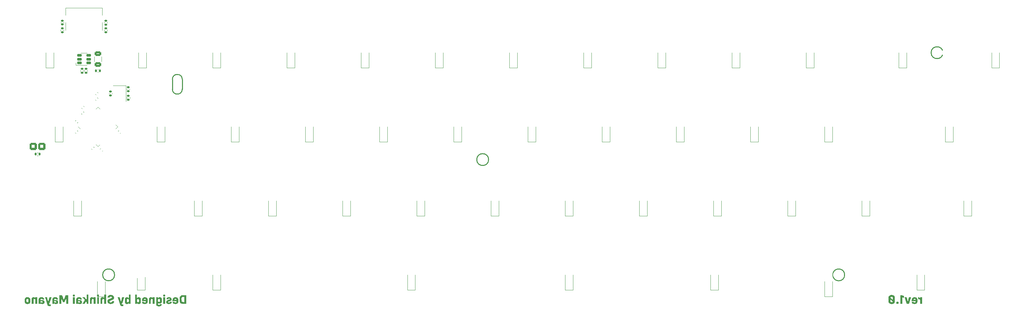
<source format=gbr>
G04 #@! TF.GenerationSoftware,KiCad,Pcbnew,(6.0.5)*
G04 #@! TF.CreationDate,2022-06-01T09:33:43-07:00*
G04 #@! TF.ProjectId,ttocyobItnA,74746f63-796f-4624-9974-6e412e6b6963,rev?*
G04 #@! TF.SameCoordinates,Original*
G04 #@! TF.FileFunction,Legend,Bot*
G04 #@! TF.FilePolarity,Positive*
%FSLAX46Y46*%
G04 Gerber Fmt 4.6, Leading zero omitted, Abs format (unit mm)*
G04 Created by KiCad (PCBNEW (6.0.5)) date 2022-06-01 09:33:43*
%MOMM*%
%LPD*%
G01*
G04 APERTURE LIST*
G04 Aperture macros list*
%AMRoundRect*
0 Rectangle with rounded corners*
0 $1 Rounding radius*
0 $2 $3 $4 $5 $6 $7 $8 $9 X,Y pos of 4 corners*
0 Add a 4 corners polygon primitive as box body*
4,1,4,$2,$3,$4,$5,$6,$7,$8,$9,$2,$3,0*
0 Add four circle primitives for the rounded corners*
1,1,$1+$1,$2,$3*
1,1,$1+$1,$4,$5*
1,1,$1+$1,$6,$7*
1,1,$1+$1,$8,$9*
0 Add four rect primitives between the rounded corners*
20,1,$1+$1,$2,$3,$4,$5,0*
20,1,$1+$1,$4,$5,$6,$7,0*
20,1,$1+$1,$6,$7,$8,$9,0*
20,1,$1+$1,$8,$9,$2,$3,0*%
%AMRotRect*
0 Rectangle, with rotation*
0 The origin of the aperture is its center*
0 $1 length*
0 $2 width*
0 $3 Rotation angle, in degrees counterclockwise*
0 Add horizontal line*
21,1,$1,$2,0,0,$3*%
G04 Aperture macros list end*
%ADD10C,0.250000*%
%ADD11C,0.120000*%
%ADD12RoundRect,0.140000X0.140000X0.170000X-0.140000X0.170000X-0.140000X-0.170000X0.140000X-0.170000X0*%
%ADD13C,0.700000*%
%ADD14C,4.400000*%
%ADD15C,2.200000*%
%ADD16C,1.750000*%
%ADD17C,3.987800*%
%ADD18C,2.300000*%
%ADD19C,3.048000*%
%ADD20RoundRect,0.285750X-0.666750X-0.666750X0.666750X-0.666750X0.666750X0.666750X-0.666750X0.666750X0*%
%ADD21C,1.905000*%
%ADD22C,2.000000*%
%ADD23C,1.700000*%
%ADD24O,1.700000X1.700000*%
%ADD25R,1.200000X0.900000*%
%ADD26RoundRect,0.135000X-0.185000X0.135000X-0.185000X-0.135000X0.185000X-0.135000X0.185000X0.135000X0*%
%ADD27R,1.200000X1.400000*%
%ADD28RoundRect,0.140000X-0.170000X0.140000X-0.170000X-0.140000X0.170000X-0.140000X0.170000X0.140000X0*%
%ADD29RoundRect,0.135000X0.135000X0.185000X-0.135000X0.185000X-0.135000X-0.185000X0.135000X-0.185000X0*%
%ADD30RoundRect,0.135000X-0.035355X0.226274X-0.226274X0.035355X0.035355X-0.226274X0.226274X-0.035355X0*%
%ADD31RoundRect,0.250000X0.625000X-0.375000X0.625000X0.375000X-0.625000X0.375000X-0.625000X-0.375000X0*%
%ADD32RoundRect,0.140000X0.219203X0.021213X0.021213X0.219203X-0.219203X-0.021213X-0.021213X-0.219203X0*%
%ADD33RoundRect,0.135000X0.185000X-0.135000X0.185000X0.135000X-0.185000X0.135000X-0.185000X-0.135000X0*%
%ADD34RoundRect,0.140000X-0.219203X-0.021213X-0.021213X-0.219203X0.219203X0.021213X0.021213X0.219203X0*%
%ADD35RoundRect,0.062500X-0.380070X0.291682X0.291682X-0.380070X0.380070X-0.291682X-0.291682X0.380070X0*%
%ADD36RoundRect,0.062500X-0.380070X-0.291682X-0.291682X-0.380070X0.380070X0.291682X0.291682X0.380070X0*%
%ADD37RotRect,5.200000X5.200000X315.000000*%
%ADD38RoundRect,0.140000X0.021213X-0.219203X0.219203X-0.021213X-0.021213X0.219203X-0.219203X0.021213X0*%
%ADD39RoundRect,0.150000X-0.475000X-0.150000X0.475000X-0.150000X0.475000X0.150000X-0.475000X0.150000X0*%
%ADD40C,0.650000*%
%ADD41R,0.600000X1.450000*%
%ADD42R,0.300000X1.450000*%
%ADD43O,1.000000X1.600000*%
%ADD44O,1.000000X2.100000*%
%ADD45RoundRect,0.140000X-0.021213X0.219203X-0.219203X0.021213X0.021213X-0.219203X0.219203X-0.021213X0*%
%ADD46RoundRect,0.135000X0.226274X0.035355X0.035355X0.226274X-0.226274X-0.035355X-0.035355X-0.226274X0*%
G04 APERTURE END LIST*
D10*
X257262500Y-107150000D02*
G75*
G03*
X257262500Y-107150000I-1525000J0D01*
G01*
X69762500Y-107150000D02*
G75*
G03*
X69762500Y-107150000I-1525000J0D01*
G01*
X165825000Y-77500000D02*
G75*
G03*
X165825000Y-77500000I-1525000J0D01*
G01*
X282506250Y-50000000D02*
G75*
G03*
X282506250Y-50000000I-1525000J0D01*
G01*
D11*
X65585961Y-55010000D02*
X65370289Y-55010000D01*
X65585961Y-54290000D02*
X65370289Y-54290000D01*
D10*
X87147500Y-56847500D02*
X87147500Y-59387500D01*
X84607500Y-56847500D02*
X84607500Y-59387500D01*
X84607500Y-59387500D02*
G75*
G03*
X87147500Y-59387500I1270000J0D01*
G01*
X87147500Y-56847500D02*
G75*
G03*
X84607500Y-56847500I-1270000J0D01*
G01*
D11*
X296987500Y-53900000D02*
X294987500Y-53900000D01*
X294987500Y-53900000D02*
X294987500Y-50000000D01*
X296987500Y-53900000D02*
X296987500Y-50000000D01*
X61786250Y-54496359D02*
X61786250Y-54803641D01*
X61026250Y-54496359D02*
X61026250Y-54803641D01*
X120775000Y-72950000D02*
X118775000Y-72950000D01*
X120775000Y-72950000D02*
X120775000Y-69050000D01*
X118775000Y-72950000D02*
X118775000Y-69050000D01*
X154112500Y-53900000D02*
X154112500Y-50000000D01*
X154112500Y-53900000D02*
X152112500Y-53900000D01*
X152112500Y-53900000D02*
X152112500Y-50000000D01*
X77912500Y-53900000D02*
X77912500Y-50000000D01*
X75912500Y-53900000D02*
X75912500Y-50000000D01*
X77912500Y-53900000D02*
X75912500Y-53900000D01*
X175925000Y-72950000D02*
X175925000Y-69050000D01*
X177925000Y-72950000D02*
X177925000Y-69050000D01*
X177925000Y-72950000D02*
X175925000Y-72950000D01*
X101725000Y-72950000D02*
X101725000Y-69050000D01*
X99725000Y-72950000D02*
X99725000Y-69050000D01*
X101725000Y-72950000D02*
X99725000Y-72950000D01*
X211262500Y-53900000D02*
X211262500Y-50000000D01*
X209262500Y-53900000D02*
X209262500Y-50000000D01*
X211262500Y-53900000D02*
X209262500Y-53900000D01*
X133062500Y-53900000D02*
X133062500Y-50000000D01*
X135062500Y-53900000D02*
X135062500Y-50000000D01*
X135062500Y-53900000D02*
X133062500Y-53900000D01*
X130300000Y-92000000D02*
X130300000Y-88100000D01*
X130300000Y-92000000D02*
X128300000Y-92000000D01*
X128300000Y-92000000D02*
X128300000Y-88100000D01*
X223550000Y-92000000D02*
X223550000Y-88100000D01*
X225550000Y-92000000D02*
X225550000Y-88100000D01*
X225550000Y-92000000D02*
X223550000Y-92000000D01*
X69355932Y-58497543D02*
X72655932Y-58497543D01*
X72655932Y-58497543D02*
X72655932Y-62497543D01*
X56481250Y-72950000D02*
X56481250Y-69050000D01*
X54481250Y-72950000D02*
X54481250Y-69050000D01*
X56481250Y-72950000D02*
X54481250Y-72950000D01*
X92200000Y-92000000D02*
X92200000Y-88100000D01*
X92200000Y-92000000D02*
X90200000Y-92000000D01*
X90200000Y-92000000D02*
X90200000Y-88100000D01*
X254125000Y-72950000D02*
X254125000Y-69050000D01*
X252125000Y-72950000D02*
X252125000Y-69050000D01*
X254125000Y-72950000D02*
X252125000Y-72950000D01*
X116012500Y-53900000D02*
X116012500Y-50000000D01*
X114012500Y-53900000D02*
X114012500Y-50000000D01*
X116012500Y-53900000D02*
X114012500Y-53900000D01*
X146968750Y-111050000D02*
X146968750Y-107150000D01*
X146968750Y-111050000D02*
X144968750Y-111050000D01*
X144968750Y-111050000D02*
X144968750Y-107150000D01*
X149350000Y-92000000D02*
X147350000Y-92000000D01*
X147350000Y-92000000D02*
X147350000Y-88100000D01*
X149350000Y-92000000D02*
X149350000Y-88100000D01*
X72919365Y-59289706D02*
X72919365Y-59505378D01*
X73639365Y-59289706D02*
X73639365Y-59505378D01*
X96962500Y-111050000D02*
X94962500Y-111050000D01*
X96962500Y-111050000D02*
X96962500Y-107150000D01*
X94962500Y-111050000D02*
X94962500Y-107150000D01*
X206500000Y-92000000D02*
X206500000Y-88100000D01*
X206500000Y-92000000D02*
X204500000Y-92000000D01*
X204500000Y-92000000D02*
X204500000Y-88100000D01*
X111250000Y-92000000D02*
X111250000Y-88100000D01*
X111250000Y-92000000D02*
X109250000Y-92000000D01*
X109250000Y-92000000D02*
X109250000Y-88100000D01*
X187450000Y-92000000D02*
X187450000Y-88100000D01*
X187450000Y-92000000D02*
X185450000Y-92000000D01*
X185450000Y-92000000D02*
X185450000Y-88100000D01*
X285081250Y-72950000D02*
X283081250Y-72950000D01*
X283081250Y-72950000D02*
X283081250Y-69050000D01*
X285081250Y-72950000D02*
X285081250Y-69050000D01*
X56696250Y-42147164D02*
X56696250Y-42362836D01*
X55976250Y-42147164D02*
X55976250Y-42362836D01*
X214025000Y-72950000D02*
X214025000Y-69050000D01*
X216025000Y-72950000D02*
X216025000Y-69050000D01*
X216025000Y-72950000D02*
X214025000Y-72950000D01*
X77594450Y-111050000D02*
X77594450Y-107150000D01*
X77594450Y-111050000D02*
X75594450Y-111050000D01*
X75594450Y-111050000D02*
X75594450Y-107150000D01*
X249362500Y-53900000D02*
X247362500Y-53900000D01*
X247362500Y-53900000D02*
X247362500Y-50000000D01*
X249362500Y-53900000D02*
X249362500Y-50000000D01*
X96962500Y-53900000D02*
X94962500Y-53900000D01*
X94962500Y-53900000D02*
X94962500Y-50000000D01*
X96962500Y-53900000D02*
X96962500Y-50000000D01*
X62786250Y-54496359D02*
X62786250Y-54803641D01*
X62026250Y-54496359D02*
X62026250Y-54803641D01*
X50153641Y-75720000D02*
X49846359Y-75720000D01*
X50153641Y-76480000D02*
X49846359Y-76480000D01*
X66780009Y-75098491D02*
X66562728Y-75315772D01*
X66242608Y-74561090D02*
X66025327Y-74778371D01*
X67856250Y-42101359D02*
X67856250Y-42408641D01*
X67096250Y-42101359D02*
X67096250Y-42408641D01*
X271175000Y-53900000D02*
X271175000Y-50000000D01*
X273175000Y-53900000D02*
X273175000Y-50000000D01*
X273175000Y-53900000D02*
X271175000Y-53900000D01*
X66388125Y-52252064D02*
X66388125Y-51047936D01*
X64568125Y-52252064D02*
X64568125Y-51047936D01*
X139825000Y-72950000D02*
X137825000Y-72950000D01*
X137825000Y-72950000D02*
X137825000Y-69050000D01*
X139825000Y-72950000D02*
X139825000Y-69050000D01*
X61363001Y-65797546D02*
X61210498Y-65645043D01*
X61872118Y-65288429D02*
X61719615Y-65135926D01*
X61391285Y-64411617D02*
X61238782Y-64259114D01*
X61900402Y-63902500D02*
X61747899Y-63749997D01*
X69092500Y-60389706D02*
X69092500Y-60605378D01*
X68372500Y-60389706D02*
X68372500Y-60605378D01*
X158875000Y-72950000D02*
X158875000Y-69050000D01*
X158875000Y-72950000D02*
X156875000Y-72950000D01*
X156875000Y-72950000D02*
X156875000Y-69050000D01*
X67096250Y-44408641D02*
X67096250Y-44101359D01*
X67856250Y-44408641D02*
X67856250Y-44101359D01*
X230312500Y-53900000D02*
X228312500Y-53900000D01*
X228312500Y-53900000D02*
X228312500Y-50000000D01*
X230312500Y-53900000D02*
X230312500Y-50000000D01*
X168400000Y-92000000D02*
X168400000Y-88100000D01*
X166400000Y-92000000D02*
X166400000Y-88100000D01*
X168400000Y-92000000D02*
X166400000Y-92000000D01*
X63833864Y-74756114D02*
X63986367Y-74908617D01*
X64342981Y-74246997D02*
X64495484Y-74399500D01*
X70583436Y-69050000D02*
X70070784Y-69562652D01*
X65478125Y-74155311D02*
X65990777Y-73642659D01*
X60885466Y-69562652D02*
X60372814Y-69050000D01*
X65478125Y-63944689D02*
X64965473Y-64457341D01*
X70070784Y-68537348D02*
X70583436Y-69050000D01*
X64965473Y-73642659D02*
X65478125Y-74155311D01*
X65990777Y-64457341D02*
X65478125Y-63944689D01*
X252125000Y-112700000D02*
X252125000Y-108800000D01*
X254125000Y-112700000D02*
X252125000Y-112700000D01*
X254125000Y-112700000D02*
X254125000Y-108800000D01*
X171162500Y-53900000D02*
X171162500Y-50000000D01*
X173162500Y-53900000D02*
X171162500Y-53900000D01*
X173162500Y-53900000D02*
X173162500Y-50000000D01*
X192212500Y-53900000D02*
X192212500Y-50000000D01*
X192212500Y-53900000D02*
X190212500Y-53900000D01*
X190212500Y-53900000D02*
X190212500Y-50000000D01*
X56716250Y-44408641D02*
X56716250Y-44101359D01*
X55956250Y-44408641D02*
X55956250Y-44101359D01*
X61243750Y-92000000D02*
X61243750Y-88100000D01*
X59243750Y-92000000D02*
X59243750Y-88100000D01*
X61243750Y-92000000D02*
X59243750Y-92000000D01*
X82675000Y-72950000D02*
X80675000Y-72950000D01*
X80675000Y-72950000D02*
X80675000Y-69050000D01*
X82675000Y-72950000D02*
X82675000Y-69050000D01*
X59772011Y-70694261D02*
X59619508Y-70541758D01*
X60281128Y-70185144D02*
X60128625Y-70032641D01*
X235075000Y-72950000D02*
X233075000Y-72950000D01*
X233075000Y-72950000D02*
X233075000Y-69050000D01*
X235075000Y-72950000D02*
X235075000Y-69050000D01*
X71184239Y-70694261D02*
X71336742Y-70541758D01*
X70675122Y-70185144D02*
X70827625Y-70032641D01*
G36*
X275959379Y-113765439D02*
G01*
X275959379Y-113766408D01*
X275954933Y-113931384D01*
X275940873Y-114069715D01*
X275915977Y-114185623D01*
X275879024Y-114283332D01*
X275828794Y-114367066D01*
X275764065Y-114441047D01*
X275727643Y-114473243D01*
X275628970Y-114540180D01*
X275517731Y-114594084D01*
X275407285Y-114627956D01*
X275376467Y-114633033D01*
X275284925Y-114639770D01*
X275178662Y-114639150D01*
X275069153Y-114631801D01*
X274967870Y-114618352D01*
X274886285Y-114599431D01*
X274798515Y-114563969D01*
X274703409Y-114508720D01*
X274621422Y-114443538D01*
X274561927Y-114374910D01*
X274545465Y-114346569D01*
X274516625Y-114282946D01*
X274494972Y-114218279D01*
X274489966Y-114199330D01*
X274476722Y-114148174D01*
X274471612Y-114112536D01*
X274478613Y-114089632D01*
X274501699Y-114076679D01*
X274544846Y-114070894D01*
X274612030Y-114069495D01*
X274707227Y-114069698D01*
X274943302Y-114069860D01*
X274970288Y-114134107D01*
X274981461Y-114156350D01*
X275030369Y-114208330D01*
X275103136Y-114239475D01*
X275200148Y-114249979D01*
X275266851Y-114244839D01*
X275350434Y-114217676D01*
X275412101Y-114168444D01*
X275450283Y-114098579D01*
X275463406Y-114009516D01*
X275463465Y-113925490D01*
X274471153Y-113925490D01*
X274471431Y-113721425D01*
X274473430Y-113621737D01*
X274476159Y-113589384D01*
X274951304Y-113589384D01*
X275463465Y-113589384D01*
X275463406Y-113513360D01*
X275461103Y-113477111D01*
X275436845Y-113397911D01*
X275389179Y-113336631D01*
X275321878Y-113295942D01*
X275238715Y-113278513D01*
X275143466Y-113287014D01*
X275063683Y-113319368D01*
X275003002Y-113375431D01*
X274964789Y-113451817D01*
X274951393Y-113545370D01*
X274951304Y-113589384D01*
X274476159Y-113589384D01*
X274485995Y-113472789D01*
X274511190Y-113347677D01*
X274550283Y-113242390D01*
X274604538Y-113152915D01*
X274675221Y-113075240D01*
X274718564Y-113038892D01*
X274836768Y-112966868D01*
X274969381Y-112917434D01*
X275111031Y-112890513D01*
X275256345Y-112886028D01*
X275399948Y-112903901D01*
X275536468Y-112944057D01*
X275660531Y-113006417D01*
X275766763Y-113090905D01*
X275829147Y-113163577D01*
X275879301Y-113247934D01*
X275916175Y-113346002D01*
X275940995Y-113462079D01*
X275953867Y-113589384D01*
X275954987Y-113600459D01*
X275959379Y-113765439D01*
G37*
G36*
X270859626Y-114024590D02*
G01*
X270946150Y-114049269D01*
X271019912Y-114094547D01*
X271073820Y-114158763D01*
X271090737Y-114193736D01*
X271105343Y-114250881D01*
X271109568Y-114325616D01*
X271107823Y-114368490D01*
X271087175Y-114463425D01*
X271042706Y-114537846D01*
X270973725Y-114593110D01*
X270972952Y-114593546D01*
X270895620Y-114621594D01*
X270805630Y-114630934D01*
X270715849Y-114621552D01*
X270639146Y-114593437D01*
X270606541Y-114571167D01*
X270550999Y-114508468D01*
X270515886Y-114431285D01*
X270501136Y-114346194D01*
X270506684Y-114259769D01*
X270532465Y-114178583D01*
X270578413Y-114109213D01*
X270644464Y-114058231D01*
X270676666Y-114043673D01*
X270767434Y-114022171D01*
X270859626Y-114024590D01*
G37*
G36*
X270133315Y-114125043D02*
G01*
X270114853Y-114187091D01*
X270090564Y-114241210D01*
X270059664Y-114291133D01*
X270021366Y-114340596D01*
X269974886Y-114393334D01*
X269937952Y-114430248D01*
X269828819Y-114512309D01*
X269701790Y-114576880D01*
X269565608Y-114619136D01*
X269453180Y-114637494D01*
X269287612Y-114643978D01*
X269128891Y-114626404D01*
X268980510Y-114586141D01*
X268845963Y-114524555D01*
X268728745Y-114443016D01*
X268632349Y-114342890D01*
X268560269Y-114225547D01*
X268558785Y-114222368D01*
X268539030Y-114176868D01*
X268523118Y-114131514D01*
X268510648Y-114082289D01*
X268501216Y-114025172D01*
X268494418Y-113956145D01*
X268489851Y-113871190D01*
X268487112Y-113766286D01*
X268485797Y-113637417D01*
X268485504Y-113480562D01*
X268485521Y-113458790D01*
X268485720Y-113411908D01*
X268997429Y-113411908D01*
X268997429Y-113675659D01*
X268997760Y-113729416D01*
X268999848Y-113819120D01*
X269003557Y-113895733D01*
X269008541Y-113952950D01*
X269014452Y-113984466D01*
X269015769Y-113987825D01*
X269050527Y-114045687D01*
X269102571Y-114101580D01*
X269160102Y-114142685D01*
X269165174Y-114145172D01*
X269220909Y-114162107D01*
X269292324Y-114172213D01*
X269365284Y-114174204D01*
X269425650Y-114166798D01*
X269440902Y-114162331D01*
X269507995Y-114130948D01*
X269569092Y-114086201D01*
X269611351Y-114037061D01*
X269636125Y-113995122D01*
X268997429Y-113411908D01*
X268485720Y-113411908D01*
X268486188Y-113301696D01*
X268488131Y-113172171D01*
X268491811Y-113066276D01*
X268497691Y-112980071D01*
X268498161Y-112976197D01*
X269021899Y-112976197D01*
X269032000Y-113004617D01*
X269036240Y-113008503D01*
X269061937Y-113032273D01*
X269105885Y-113073048D01*
X269164348Y-113127359D01*
X269233591Y-113191736D01*
X269309879Y-113262709D01*
X269336284Y-113287274D01*
X269412934Y-113358472D01*
X269482781Y-113423199D01*
X269541671Y-113477615D01*
X269585452Y-113517881D01*
X269609973Y-113540157D01*
X269653636Y-113578958D01*
X269653636Y-113291829D01*
X269653517Y-113237381D01*
X269651843Y-113131985D01*
X269647060Y-113051401D01*
X269637740Y-112990615D01*
X269622456Y-112944611D01*
X269599783Y-112908375D01*
X269568294Y-112876893D01*
X269526562Y-112845149D01*
X269510087Y-112833740D01*
X269475904Y-112813973D01*
X269440924Y-112802951D01*
X269394750Y-112798171D01*
X269326986Y-112797134D01*
X269309845Y-112797176D01*
X269246297Y-112799064D01*
X269201942Y-112805456D01*
X269166265Y-112818684D01*
X269128748Y-112841080D01*
X269116564Y-112849517D01*
X269067857Y-112892432D01*
X269035077Y-112936730D01*
X269021899Y-112976197D01*
X268498161Y-112976197D01*
X268506233Y-112909617D01*
X268517898Y-112850973D01*
X268533148Y-112800201D01*
X268552446Y-112753360D01*
X268576252Y-112706513D01*
X268628874Y-112627423D01*
X268721194Y-112531105D01*
X268833323Y-112448428D01*
X268958570Y-112384125D01*
X269090246Y-112342929D01*
X269105383Y-112340031D01*
X269186884Y-112330532D01*
X269285205Y-112326023D01*
X269388319Y-112326516D01*
X269484199Y-112332019D01*
X269560819Y-112342543D01*
X269655408Y-112369016D01*
X269784237Y-112427364D01*
X269901385Y-112506027D01*
X270000290Y-112600366D01*
X270074392Y-112705739D01*
X270088780Y-112732871D01*
X270109846Y-112777294D01*
X270126712Y-112822369D01*
X270139839Y-112872014D01*
X270149685Y-112930149D01*
X270156711Y-113000694D01*
X270161375Y-113087567D01*
X270164138Y-113194688D01*
X270165459Y-113325976D01*
X270165797Y-113485351D01*
X270165709Y-113565149D01*
X270165612Y-113578958D01*
X270164602Y-113722864D01*
X270161594Y-113853977D01*
X270155901Y-113962221D01*
X270152517Y-113995122D01*
X270146736Y-114051332D01*
X270133315Y-114125043D01*
G37*
G36*
X276274934Y-112886699D02*
G01*
X276388874Y-112910966D01*
X276489914Y-112962703D01*
X276573929Y-113039302D01*
X276636795Y-113138156D01*
X276671846Y-113213265D01*
X276676470Y-113073221D01*
X276681095Y-112933177D01*
X277160000Y-112933177D01*
X277160000Y-114597701D01*
X276679848Y-114597701D01*
X276679848Y-114183755D01*
X276679474Y-114093090D01*
X276677963Y-113979968D01*
X276675457Y-113876991D01*
X276672132Y-113789627D01*
X276668164Y-113723341D01*
X276663730Y-113683597D01*
X276629739Y-113580020D01*
X276571549Y-113496018D01*
X276491671Y-113433598D01*
X276392606Y-113394714D01*
X276276853Y-113381318D01*
X276167687Y-113381318D01*
X276167687Y-112885162D01*
X276236805Y-112885162D01*
X276274934Y-112886699D01*
G37*
G36*
X272470051Y-112589069D02*
G01*
X272470523Y-113061647D01*
X272418506Y-113039395D01*
X272400727Y-113031715D01*
X272351273Y-113010094D01*
X272287155Y-112981870D01*
X272217725Y-112951153D01*
X272174084Y-112932084D01*
X272116420Y-112907886D01*
X272073959Y-112891310D01*
X272053674Y-112885162D01*
X272050925Y-112894786D01*
X272047752Y-112934525D01*
X272044997Y-113003721D01*
X272042685Y-113100942D01*
X272040843Y-113224757D01*
X272039495Y-113373731D01*
X272038668Y-113546434D01*
X272038387Y-113741432D01*
X272038387Y-114597701D01*
X271542230Y-114597701D01*
X271542230Y-112356996D01*
X271730290Y-112356642D01*
X271918349Y-112356289D01*
X272470051Y-112589069D01*
G37*
G36*
X273328702Y-113501356D02*
G01*
X273329537Y-113504705D01*
X273362002Y-113633909D01*
X273392299Y-113752677D01*
X273419514Y-113857569D01*
X273442736Y-113945142D01*
X273461053Y-114011955D01*
X273473552Y-114054566D01*
X273479320Y-114069535D01*
X273479380Y-114069523D01*
X273485386Y-114053771D01*
X273498175Y-114010487D01*
X273516824Y-113943109D01*
X273540413Y-113855076D01*
X273568018Y-113749825D01*
X273598720Y-113630795D01*
X273631597Y-113501424D01*
X273774934Y-112933314D01*
X274035015Y-112933245D01*
X274095727Y-112933589D01*
X274174979Y-112935260D01*
X274238168Y-112938086D01*
X274279979Y-112941802D01*
X274295097Y-112946145D01*
X274294070Y-112950567D01*
X274285210Y-112981089D01*
X274268000Y-113037945D01*
X274243325Y-113118273D01*
X274212072Y-113219216D01*
X274175128Y-113337914D01*
X274133380Y-113471508D01*
X274087714Y-113617138D01*
X274039017Y-113771946D01*
X274015767Y-113845772D01*
X273968422Y-113996290D01*
X273924519Y-114136102D01*
X273884943Y-114262377D01*
X273850580Y-114372284D01*
X273822313Y-114462992D01*
X273801027Y-114531668D01*
X273787606Y-114575482D01*
X273782936Y-114591601D01*
X273768940Y-114593476D01*
X273727782Y-114594757D01*
X273664455Y-114595310D01*
X273583980Y-114595092D01*
X273491373Y-114594061D01*
X273199810Y-114589699D01*
X272939692Y-113773442D01*
X272915295Y-113696836D01*
X272867325Y-113545938D01*
X272822835Y-113405620D01*
X272782720Y-113278726D01*
X272747873Y-113168102D01*
X272719191Y-113076590D01*
X272697569Y-113007037D01*
X272683901Y-112962286D01*
X272679082Y-112945181D01*
X272685133Y-112942557D01*
X272717526Y-112938834D01*
X272773177Y-112935860D01*
X272846724Y-112933890D01*
X272932806Y-112933177D01*
X273187023Y-112933177D01*
X273328702Y-113501356D01*
G37*
X67308750Y-112700000D02*
X65308750Y-112700000D01*
X67308750Y-112700000D02*
X67308750Y-108800000D01*
X65308750Y-112700000D02*
X65308750Y-108800000D01*
X289843750Y-92000000D02*
X287843750Y-92000000D01*
X289843750Y-92000000D02*
X289843750Y-88100000D01*
X287843750Y-92000000D02*
X287843750Y-88100000D01*
X187450000Y-111050000D02*
X187450000Y-107150000D01*
X185450000Y-111050000D02*
X185450000Y-107150000D01*
X187450000Y-111050000D02*
X185450000Y-111050000D01*
X59806250Y-52600000D02*
X59806250Y-53210000D01*
X59806250Y-53210000D02*
X62706250Y-53210000D01*
X61906250Y-50090000D02*
X61106250Y-50090000D01*
X61906250Y-50090000D02*
X62706250Y-50090000D01*
X277770000Y-111050000D02*
X275770000Y-111050000D01*
X277770000Y-111050000D02*
X277770000Y-107150000D01*
X275770000Y-111050000D02*
X275770000Y-107150000D01*
X224831250Y-111050000D02*
X224831250Y-107150000D01*
X222831250Y-111050000D02*
X222831250Y-107150000D01*
X224831250Y-111050000D02*
X222831250Y-111050000D01*
X244600000Y-92000000D02*
X242600000Y-92000000D01*
X244600000Y-92000000D02*
X244600000Y-88100000D01*
X242600000Y-92000000D02*
X242600000Y-88100000D01*
X54100000Y-53900000D02*
X54100000Y-50000000D01*
X52100000Y-53900000D02*
X52100000Y-50000000D01*
X54100000Y-53900000D02*
X52100000Y-53900000D01*
X66606250Y-44240000D02*
X66606250Y-42240000D01*
X57206250Y-44240000D02*
X57206250Y-42240000D01*
X57206250Y-40340000D02*
X57206250Y-38440000D01*
X66606250Y-40340000D02*
X66606250Y-38440000D01*
X57206250Y-38440000D02*
X66606250Y-38440000D01*
G36*
X48134485Y-114048003D02*
G01*
X48111454Y-114167065D01*
X48059073Y-114299582D01*
X47981801Y-114412852D01*
X47881097Y-114505263D01*
X47758423Y-114575202D01*
X47615240Y-114621058D01*
X47608128Y-114622579D01*
X47449764Y-114643153D01*
X47296861Y-114638562D01*
X47153044Y-114610192D01*
X47021941Y-114559433D01*
X46907179Y-114487670D01*
X46812385Y-114396292D01*
X46741187Y-114286686D01*
X46720233Y-114240434D01*
X46696622Y-114172283D01*
X46679881Y-114096735D01*
X46669077Y-114007675D01*
X46663279Y-113898988D01*
X46661554Y-113764560D01*
X47149522Y-113764560D01*
X47149689Y-113861806D01*
X47150609Y-113937610D01*
X47152895Y-113991785D01*
X47157157Y-114029644D01*
X47164007Y-114056503D01*
X47174055Y-114077675D01*
X47187913Y-114098475D01*
X47193127Y-114105376D01*
X47234475Y-114146151D01*
X47279428Y-114174499D01*
X47340936Y-114192181D01*
X47426111Y-114195195D01*
X47507717Y-114176817D01*
X47577515Y-114139181D01*
X47627269Y-114084421D01*
X47628769Y-114081627D01*
X47639855Y-114041814D01*
X47648120Y-113977938D01*
X47653565Y-113896990D01*
X47656192Y-113805965D01*
X47656002Y-113711856D01*
X47652998Y-113621655D01*
X47647181Y-113542356D01*
X47638552Y-113480952D01*
X47627114Y-113444436D01*
X47608882Y-113418693D01*
X47549909Y-113369970D01*
X47476351Y-113341215D01*
X47395789Y-113332667D01*
X47315807Y-113344564D01*
X47243988Y-113377144D01*
X47187913Y-113430644D01*
X47174616Y-113450502D01*
X47164402Y-113471537D01*
X47157416Y-113498010D01*
X47153046Y-113535234D01*
X47150681Y-113588524D01*
X47149710Y-113663194D01*
X47149522Y-113764560D01*
X46661554Y-113764560D01*
X46662365Y-113668106D01*
X46666822Y-113552220D01*
X46676001Y-113457824D01*
X46690833Y-113378804D01*
X46712251Y-113309045D01*
X46741187Y-113242434D01*
X46781581Y-113173257D01*
X46868579Y-113073094D01*
X46977964Y-112992610D01*
X47106871Y-112933333D01*
X47252435Y-112896793D01*
X47411789Y-112884519D01*
X47511153Y-112889994D01*
X47659391Y-112919422D01*
X47793207Y-112972697D01*
X47909359Y-113047998D01*
X48004604Y-113143505D01*
X48075699Y-113257395D01*
X48077887Y-113262116D01*
X48107912Y-113350748D01*
X48130289Y-113464246D01*
X48144577Y-113596666D01*
X48150334Y-113742062D01*
X48148985Y-113805965D01*
X48147117Y-113894490D01*
X48134485Y-114048003D01*
G37*
G36*
X63993307Y-112890795D02*
G01*
X64105738Y-112914420D01*
X64206815Y-112957562D01*
X64290391Y-113017616D01*
X64350319Y-113091976D01*
X64361969Y-113111393D01*
X64384581Y-113143505D01*
X64398955Y-113156245D01*
X64399435Y-113156161D01*
X64405259Y-113139502D01*
X64409390Y-113099532D01*
X64410959Y-113044333D01*
X64410959Y-112932298D01*
X64891110Y-112932298D01*
X64891110Y-114596822D01*
X64410959Y-114596822D01*
X64410577Y-114088662D01*
X64410438Y-114029626D01*
X64409513Y-113905186D01*
X64407834Y-113790534D01*
X64405513Y-113690115D01*
X64402667Y-113608372D01*
X64399409Y-113549752D01*
X64395855Y-113518696D01*
X64365441Y-113447999D01*
X64309654Y-113388215D01*
X64236252Y-113350724D01*
X64230415Y-113349000D01*
X64160154Y-113334709D01*
X64099336Y-113339216D01*
X64031901Y-113363528D01*
X64007087Y-113375087D01*
X63982110Y-113389207D01*
X63962103Y-113406510D01*
X63946514Y-113430197D01*
X63934793Y-113463473D01*
X63926388Y-113509540D01*
X63920747Y-113571601D01*
X63917319Y-113652860D01*
X63915554Y-113756519D01*
X63914899Y-113885783D01*
X63914803Y-114043853D01*
X63914803Y-114596822D01*
X63434652Y-114596822D01*
X63434652Y-113241506D01*
X63483622Y-113143508D01*
X63489412Y-113132222D01*
X63556521Y-113034199D01*
X63641790Y-112961730D01*
X63746709Y-112913841D01*
X63872774Y-112889557D01*
X63875668Y-112889294D01*
X63993307Y-112890795D01*
G37*
G36*
X76502141Y-114026286D02*
G01*
X76501021Y-114109372D01*
X76499041Y-114172661D01*
X76495959Y-114220048D01*
X76491532Y-114255428D01*
X76485521Y-114282695D01*
X76477682Y-114305744D01*
X76467774Y-114328471D01*
X76423737Y-114409941D01*
X76348351Y-114503044D01*
X76254468Y-114572414D01*
X76138076Y-114621618D01*
X76064535Y-114638707D01*
X75946520Y-114644055D01*
X75831345Y-114624675D01*
X75725091Y-114582514D01*
X75633836Y-114519519D01*
X75563663Y-114437639D01*
X75518457Y-114366484D01*
X75518457Y-114596822D01*
X75038306Y-114596822D01*
X75038306Y-113764560D01*
X75518577Y-113764560D01*
X75519261Y-113859357D01*
X75522732Y-113951350D01*
X75530366Y-114019988D01*
X75543514Y-114070031D01*
X75563521Y-114106237D01*
X75591737Y-114133365D01*
X75629509Y-114156175D01*
X75675743Y-114175097D01*
X75760769Y-114189461D01*
X75845235Y-114181829D01*
X75920565Y-114153445D01*
X75978182Y-114105555D01*
X75998288Y-114074825D01*
X76013365Y-114035642D01*
X76023276Y-113984059D01*
X76028629Y-113915203D01*
X76030034Y-113824200D01*
X76028100Y-113706178D01*
X76027510Y-113684549D01*
X76023097Y-113585927D01*
X76015233Y-113512881D01*
X76002066Y-113460012D01*
X75981741Y-113421916D01*
X75952406Y-113393192D01*
X75912205Y-113368437D01*
X75911386Y-113368006D01*
X75849408Y-113348628D01*
X75772927Y-113342561D01*
X75696275Y-113349723D01*
X75633786Y-113370032D01*
X75598611Y-113390993D01*
X75568272Y-113417665D01*
X75546616Y-113452124D01*
X75532230Y-113499206D01*
X75523704Y-113563749D01*
X75519623Y-113650588D01*
X75518577Y-113764560D01*
X75038306Y-113764560D01*
X75038306Y-112260086D01*
X75518457Y-112260086D01*
X75518457Y-113162635D01*
X75566257Y-113087263D01*
X75590479Y-113053309D01*
X75669310Y-112978329D01*
X75766095Y-112924823D01*
X75875727Y-112893869D01*
X75993099Y-112886543D01*
X76113105Y-112903923D01*
X76230639Y-112947087D01*
X76252112Y-112958166D01*
X76339679Y-113018276D01*
X76409205Y-113096316D01*
X76467093Y-113199110D01*
X76469264Y-113203842D01*
X76478922Y-113226573D01*
X76486522Y-113250089D01*
X76492309Y-113278295D01*
X76496531Y-113315092D01*
X76499433Y-113364384D01*
X76501261Y-113430073D01*
X76502262Y-113516064D01*
X76502682Y-113626258D01*
X76502767Y-113764560D01*
X76502766Y-113785145D01*
X76502730Y-113824200D01*
X76502642Y-113919509D01*
X76502141Y-114026286D01*
G37*
G36*
X82752736Y-114596822D02*
G01*
X82272585Y-114596822D01*
X82272585Y-112932298D01*
X82752736Y-112932298D01*
X82752736Y-114596822D01*
G37*
G36*
X49012589Y-112890795D02*
G01*
X49125020Y-112914420D01*
X49226097Y-112957562D01*
X49309673Y-113017616D01*
X49369601Y-113091976D01*
X49381251Y-113111393D01*
X49403863Y-113143505D01*
X49418237Y-113156245D01*
X49418717Y-113156161D01*
X49424541Y-113139502D01*
X49428671Y-113099532D01*
X49430241Y-113044333D01*
X49430241Y-112932298D01*
X49910392Y-112932298D01*
X49910392Y-114596822D01*
X49430241Y-114596822D01*
X49429859Y-114088662D01*
X49429719Y-114029626D01*
X49428795Y-113905186D01*
X49427115Y-113790534D01*
X49424795Y-113690115D01*
X49421948Y-113608372D01*
X49418690Y-113549752D01*
X49415136Y-113518696D01*
X49384722Y-113447999D01*
X49328936Y-113388215D01*
X49255534Y-113350724D01*
X49249696Y-113349000D01*
X49179435Y-113334709D01*
X49118618Y-113339216D01*
X49051182Y-113363528D01*
X49026368Y-113375087D01*
X49001391Y-113389207D01*
X48981385Y-113406510D01*
X48965796Y-113430197D01*
X48954075Y-113463473D01*
X48945669Y-113509540D01*
X48940029Y-113571601D01*
X48936601Y-113652860D01*
X48934835Y-113756519D01*
X48934180Y-113885783D01*
X48934084Y-114043853D01*
X48934084Y-114596822D01*
X48453933Y-114596822D01*
X48453933Y-113241506D01*
X48502903Y-113143508D01*
X48508694Y-113132222D01*
X48575803Y-113034199D01*
X48661071Y-112961730D01*
X48765991Y-112913841D01*
X48892056Y-112889557D01*
X48894950Y-112889294D01*
X49012589Y-112890795D01*
G37*
G36*
X55247525Y-114305510D02*
G01*
X55198820Y-114413639D01*
X55124506Y-114504190D01*
X55026094Y-114574994D01*
X54905095Y-114623876D01*
X54851574Y-114633621D01*
X54778623Y-114639346D01*
X54701428Y-114639628D01*
X54681508Y-114638605D01*
X54562310Y-114620157D01*
X54458084Y-114582633D01*
X54373690Y-114528294D01*
X54313991Y-114459402D01*
X54298009Y-114434342D01*
X54274219Y-114402094D01*
X54259762Y-114389262D01*
X54253844Y-114402623D01*
X54249441Y-114439903D01*
X54247758Y-114492789D01*
X54247758Y-114596822D01*
X53781619Y-114596822D01*
X53786617Y-113960622D01*
X53786648Y-113956620D01*
X54259916Y-113956620D01*
X54266863Y-114052667D01*
X54272135Y-114094502D01*
X54299073Y-114169875D01*
X54348568Y-114223701D01*
X54422465Y-114258421D01*
X54430137Y-114260646D01*
X54528226Y-114276383D01*
X54619594Y-114268724D01*
X54698018Y-114238969D01*
X54757276Y-114188419D01*
X54770490Y-114169842D01*
X54790017Y-114117089D01*
X54779174Y-114065491D01*
X54737512Y-114011037D01*
X54683095Y-113956620D01*
X54259916Y-113956620D01*
X53786648Y-113956620D01*
X53791614Y-113324421D01*
X53834049Y-113233907D01*
X53876851Y-113159123D01*
X53961682Y-113062860D01*
X54069610Y-112986178D01*
X54198515Y-112930171D01*
X54346278Y-112895934D01*
X54510779Y-112884560D01*
X54534424Y-112884847D01*
X54692366Y-112899569D01*
X54832920Y-112935504D01*
X54954074Y-112991207D01*
X55053821Y-113065237D01*
X55130150Y-113156149D01*
X55181052Y-113262500D01*
X55204518Y-113382846D01*
X55212362Y-113492474D01*
X54743914Y-113492474D01*
X54743914Y-113448020D01*
X54738288Y-113411963D01*
X54718935Y-113367904D01*
X54706958Y-113352860D01*
X54649660Y-113310024D01*
X54577179Y-113285826D01*
X54497831Y-113280160D01*
X54419933Y-113292917D01*
X54351802Y-113323992D01*
X54301753Y-113373277D01*
X54289291Y-113401773D01*
X54275846Y-113457385D01*
X54267529Y-113523766D01*
X54259637Y-113634067D01*
X54577800Y-113639295D01*
X54617575Y-113639962D01*
X54717530Y-113641974D01*
X54792648Y-113644486D01*
X54848311Y-113648120D01*
X54889897Y-113653499D01*
X54922786Y-113661247D01*
X54952357Y-113671986D01*
X54983990Y-113686340D01*
X55015505Y-113702410D01*
X55118286Y-113775114D01*
X55194989Y-113866303D01*
X55245183Y-113975344D01*
X55268433Y-114101608D01*
X55268564Y-114117089D01*
X55269111Y-114181976D01*
X55247525Y-114305510D01*
G37*
G36*
X61377456Y-114305510D02*
G01*
X61328751Y-114413639D01*
X61254437Y-114504190D01*
X61156025Y-114574994D01*
X61035026Y-114623876D01*
X60981505Y-114633621D01*
X60908553Y-114639346D01*
X60831359Y-114639628D01*
X60811438Y-114638605D01*
X60692241Y-114620157D01*
X60588015Y-114582633D01*
X60503621Y-114528294D01*
X60443922Y-114459402D01*
X60427940Y-114434342D01*
X60404150Y-114402094D01*
X60389692Y-114389262D01*
X60383775Y-114402623D01*
X60379372Y-114439903D01*
X60377689Y-114492789D01*
X60377689Y-114596822D01*
X59911549Y-114596822D01*
X59916547Y-113960622D01*
X59916578Y-113956620D01*
X60389846Y-113956620D01*
X60396794Y-114052667D01*
X60402066Y-114094502D01*
X60429003Y-114169875D01*
X60478498Y-114223701D01*
X60552395Y-114258421D01*
X60560068Y-114260646D01*
X60658157Y-114276383D01*
X60749525Y-114268724D01*
X60827949Y-114238969D01*
X60887206Y-114188419D01*
X60900421Y-114169842D01*
X60919948Y-114117089D01*
X60909104Y-114065491D01*
X60867443Y-114011037D01*
X60813026Y-113956620D01*
X60389846Y-113956620D01*
X59916578Y-113956620D01*
X59921545Y-113324421D01*
X59963980Y-113233907D01*
X60006782Y-113159123D01*
X60091613Y-113062860D01*
X60199540Y-112986178D01*
X60328446Y-112930171D01*
X60476209Y-112895934D01*
X60640710Y-112884560D01*
X60664355Y-112884847D01*
X60822297Y-112899569D01*
X60962850Y-112935504D01*
X61084005Y-112991207D01*
X61183752Y-113065237D01*
X61260081Y-113156149D01*
X61310983Y-113262500D01*
X61334448Y-113382846D01*
X61342292Y-113492474D01*
X60873845Y-113492474D01*
X60873845Y-113448020D01*
X60868219Y-113411963D01*
X60848866Y-113367904D01*
X60836889Y-113352860D01*
X60779591Y-113310024D01*
X60707110Y-113285826D01*
X60627762Y-113280160D01*
X60549864Y-113292917D01*
X60481732Y-113323992D01*
X60431684Y-113373277D01*
X60419222Y-113401773D01*
X60405776Y-113457385D01*
X60397460Y-113523766D01*
X60389568Y-113634067D01*
X60707730Y-113639295D01*
X60747506Y-113639962D01*
X60847460Y-113641974D01*
X60922579Y-113644486D01*
X60978242Y-113648120D01*
X61019828Y-113653499D01*
X61052717Y-113661247D01*
X61082288Y-113671986D01*
X61113921Y-113686340D01*
X61145435Y-113702410D01*
X61248217Y-113775114D01*
X61324920Y-113866303D01*
X61375113Y-113975344D01*
X61398364Y-114101608D01*
X61398494Y-114117089D01*
X61399041Y-114181976D01*
X61377456Y-114305510D01*
G37*
G36*
X68850113Y-112328868D02*
G01*
X68966240Y-112335497D01*
X69060151Y-112347070D01*
X69141114Y-112365695D01*
X69218397Y-112393477D01*
X69301269Y-112432525D01*
X69344701Y-112457101D01*
X69448622Y-112539557D01*
X69530642Y-112641692D01*
X69589039Y-112759361D01*
X69622089Y-112888418D01*
X69628070Y-113024719D01*
X69605261Y-113164119D01*
X69588237Y-113218471D01*
X69548662Y-113304973D01*
X69494302Y-113381999D01*
X69422318Y-113451713D01*
X69329871Y-113516280D01*
X69214124Y-113577863D01*
X69072237Y-113638627D01*
X68901371Y-113700736D01*
X68863673Y-113713715D01*
X68778533Y-113743944D01*
X68702365Y-113772182D01*
X68642309Y-113795745D01*
X68605507Y-113811949D01*
X68587240Y-113821846D01*
X68516827Y-113875601D01*
X68474517Y-113936472D01*
X68459011Y-114000411D01*
X68469007Y-114063371D01*
X68503207Y-114121304D01*
X68560310Y-114170164D01*
X68639014Y-114205901D01*
X68738021Y-114224468D01*
X68810972Y-114225440D01*
X68911613Y-114208637D01*
X68995978Y-114171838D01*
X69060570Y-114117439D01*
X69101890Y-114047834D01*
X69116441Y-113965418D01*
X69116441Y-113908605D01*
X69648817Y-113908605D01*
X69641314Y-114025517D01*
X69639776Y-114045168D01*
X69612724Y-114178177D01*
X69557244Y-114296725D01*
X69472777Y-114402061D01*
X69471679Y-114403155D01*
X69385716Y-114472920D01*
X69278684Y-114535904D01*
X69161334Y-114586645D01*
X69044418Y-114619681D01*
X68969708Y-114631510D01*
X68821751Y-114641957D01*
X68669755Y-114638481D01*
X68529664Y-114621040D01*
X68409857Y-114590342D01*
X68270343Y-114530520D01*
X68151614Y-114450502D01*
X68055444Y-114352634D01*
X67983604Y-114239263D01*
X67937868Y-114112734D01*
X67920006Y-113975394D01*
X67931792Y-113829588D01*
X67934778Y-113814013D01*
X67970820Y-113693359D01*
X68028488Y-113591032D01*
X68112161Y-113499008D01*
X68139396Y-113474867D01*
X68193713Y-113431893D01*
X68251856Y-113394215D01*
X68319254Y-113359154D01*
X68401335Y-113324034D01*
X68503529Y-113286174D01*
X68631264Y-113242897D01*
X68717538Y-113213927D01*
X68833891Y-113171928D01*
X68924037Y-113134245D01*
X68991005Y-113098870D01*
X69037820Y-113063795D01*
X69067512Y-113027014D01*
X69083107Y-112986518D01*
X69087632Y-112940300D01*
X69080033Y-112886408D01*
X69045941Y-112824724D01*
X68986547Y-112778799D01*
X68904132Y-112750224D01*
X68800979Y-112740589D01*
X68703048Y-112749308D01*
X68615027Y-112776541D01*
X68548684Y-112820415D01*
X68506822Y-112879024D01*
X68492244Y-112950461D01*
X68492244Y-113012323D01*
X67959777Y-113012323D01*
X67967749Y-112900907D01*
X67971608Y-112862810D01*
X68002167Y-112741121D01*
X68060695Y-112632749D01*
X68148882Y-112534275D01*
X68185215Y-112502743D01*
X68288337Y-112431025D01*
X68401036Y-112379169D01*
X68528088Y-112345764D01*
X68674269Y-112329397D01*
X68844355Y-112328657D01*
X68850113Y-112328868D01*
G37*
G36*
X78287087Y-113764560D02*
G01*
X78287086Y-113765529D01*
X78282641Y-113930505D01*
X78268581Y-114068836D01*
X78243685Y-114184744D01*
X78206732Y-114282453D01*
X78156502Y-114366187D01*
X78091773Y-114440168D01*
X78055351Y-114472363D01*
X77956678Y-114539300D01*
X77845439Y-114593204D01*
X77734993Y-114627077D01*
X77704175Y-114632153D01*
X77612632Y-114638890D01*
X77506370Y-114638270D01*
X77396861Y-114630922D01*
X77295578Y-114617473D01*
X77213993Y-114598552D01*
X77126223Y-114563090D01*
X77031117Y-114507841D01*
X76949130Y-114442658D01*
X76889635Y-114374031D01*
X76873173Y-114345690D01*
X76844333Y-114282067D01*
X76822680Y-114217400D01*
X76817673Y-114198450D01*
X76804430Y-114147295D01*
X76799320Y-114111656D01*
X76806320Y-114088752D01*
X76829406Y-114075800D01*
X76872554Y-114070015D01*
X76939738Y-114068616D01*
X77034935Y-114068818D01*
X77271009Y-114068981D01*
X77297996Y-114133228D01*
X77309169Y-114155470D01*
X77358077Y-114207450D01*
X77430844Y-114238596D01*
X77527855Y-114249100D01*
X77594559Y-114243960D01*
X77678142Y-114216797D01*
X77739809Y-114167565D01*
X77777991Y-114097700D01*
X77791113Y-114008637D01*
X77791173Y-113924610D01*
X76798861Y-113924610D01*
X76799139Y-113720546D01*
X76801138Y-113620858D01*
X76803867Y-113588504D01*
X77279012Y-113588504D01*
X77791173Y-113588504D01*
X77791113Y-113512480D01*
X77788810Y-113476232D01*
X77764553Y-113397032D01*
X77716887Y-113335752D01*
X77649585Y-113295063D01*
X77566423Y-113277633D01*
X77471174Y-113286135D01*
X77391391Y-113318489D01*
X77330710Y-113374551D01*
X77292497Y-113450938D01*
X77279101Y-113544491D01*
X77279012Y-113588504D01*
X76803867Y-113588504D01*
X76813703Y-113471909D01*
X76838898Y-113346798D01*
X76877991Y-113241511D01*
X76932246Y-113152036D01*
X77002929Y-113074360D01*
X77046272Y-113038013D01*
X77164475Y-112965988D01*
X77297089Y-112916554D01*
X77438739Y-112889633D01*
X77584053Y-112885148D01*
X77727656Y-112903022D01*
X77864176Y-112943178D01*
X77988239Y-113005538D01*
X78094471Y-113090025D01*
X78156855Y-113162698D01*
X78207009Y-113247055D01*
X78243883Y-113345123D01*
X78268703Y-113461200D01*
X78281575Y-113588504D01*
X78282695Y-113599580D01*
X78287087Y-113764560D01*
G37*
G36*
X65571343Y-112184051D02*
G01*
X65650173Y-112205574D01*
X65718153Y-112246282D01*
X65768441Y-112306280D01*
X65789454Y-112358355D01*
X65802526Y-112435691D01*
X65799887Y-112513103D01*
X65780911Y-112576980D01*
X65761877Y-112607697D01*
X65706926Y-112666801D01*
X65643339Y-112707104D01*
X65616366Y-112713883D01*
X65563666Y-112719125D01*
X65503475Y-112719321D01*
X65464075Y-112716176D01*
X65390122Y-112697839D01*
X65331769Y-112659687D01*
X65279232Y-112596355D01*
X65255142Y-112542121D01*
X65243288Y-112465969D01*
X65247864Y-112385718D01*
X65269311Y-112313975D01*
X65284381Y-112287701D01*
X65338183Y-112233538D01*
X65408506Y-112198139D01*
X65488507Y-112181608D01*
X65571343Y-112184051D01*
G37*
G36*
X67595962Y-114596822D02*
G01*
X67115811Y-114596822D01*
X67115429Y-114088662D01*
X67115290Y-114029626D01*
X67114365Y-113905186D01*
X67112686Y-113790534D01*
X67110365Y-113690115D01*
X67107518Y-113608372D01*
X67104261Y-113549752D01*
X67100707Y-113518696D01*
X67070293Y-113447999D01*
X67014506Y-113388215D01*
X66941104Y-113350724D01*
X66935266Y-113349000D01*
X66865006Y-113334709D01*
X66804188Y-113339216D01*
X66736753Y-113363528D01*
X66711939Y-113375087D01*
X66686962Y-113389207D01*
X66666955Y-113406510D01*
X66651366Y-113430197D01*
X66639645Y-113463473D01*
X66631240Y-113509540D01*
X66625599Y-113571601D01*
X66622171Y-113652860D01*
X66620406Y-113756519D01*
X66619751Y-113885783D01*
X66619655Y-114043853D01*
X66619655Y-114596822D01*
X66139503Y-114596822D01*
X66139503Y-113241506D01*
X66188474Y-113143508D01*
X66194264Y-113132222D01*
X66261373Y-113034199D01*
X66346641Y-112961730D01*
X66451561Y-112913841D01*
X66577626Y-112889557D01*
X66580520Y-112889294D01*
X66698159Y-112890795D01*
X66810590Y-112914420D01*
X66911667Y-112957562D01*
X66995243Y-113017616D01*
X67055171Y-113091976D01*
X67066821Y-113111393D01*
X67089433Y-113143505D01*
X67103807Y-113156245D01*
X67104283Y-113155900D01*
X67107354Y-113136197D01*
X67110109Y-113089133D01*
X67112441Y-113018757D01*
X67114241Y-112929115D01*
X67115400Y-112824256D01*
X67115811Y-112708227D01*
X67115811Y-112260086D01*
X67595962Y-112260086D01*
X67595962Y-114596822D01*
G37*
G36*
X87678287Y-114596585D02*
G01*
X87567197Y-114596392D01*
X87425112Y-114595359D01*
X87308360Y-114593016D01*
X87212942Y-114588886D01*
X87134861Y-114582496D01*
X87070116Y-114573371D01*
X87014709Y-114561036D01*
X86964641Y-114545018D01*
X86915912Y-114524841D01*
X86864524Y-114500031D01*
X86834093Y-114483752D01*
X86711143Y-114397019D01*
X86607018Y-114288327D01*
X86525859Y-114162685D01*
X86471809Y-114025104D01*
X86466291Y-114003942D01*
X86458349Y-113966196D01*
X86452302Y-113923404D01*
X86447903Y-113871071D01*
X86444908Y-113804705D01*
X86443073Y-113719811D01*
X86442151Y-113611897D01*
X86441898Y-113476469D01*
X86441912Y-113428237D01*
X86442025Y-113381018D01*
X86947592Y-113381018D01*
X86948944Y-113517033D01*
X86954059Y-113884598D01*
X86998498Y-113960196D01*
X87039548Y-114015842D01*
X87118536Y-114080234D01*
X87131669Y-114087849D01*
X87160665Y-114102843D01*
X87190073Y-114113342D01*
X87226213Y-114120333D01*
X87275404Y-114124801D01*
X87343964Y-114127731D01*
X87438212Y-114130111D01*
X87682289Y-114135549D01*
X87682289Y-112816703D01*
X87454217Y-112823718D01*
X87448536Y-112823896D01*
X87333417Y-112829442D01*
X87244344Y-112838947D01*
X87175672Y-112854127D01*
X87121756Y-112876696D01*
X87076951Y-112908367D01*
X87035611Y-112950857D01*
X87030300Y-112957129D01*
X87003923Y-112991702D01*
X86983516Y-113027647D01*
X86968408Y-113069338D01*
X86957932Y-113121147D01*
X86951416Y-113187448D01*
X86948193Y-113272614D01*
X86947592Y-113381018D01*
X86442025Y-113381018D01*
X86442204Y-113306031D01*
X86443097Y-113209781D01*
X86444878Y-113134968D01*
X86447837Y-113077072D01*
X86452264Y-113031576D01*
X86458448Y-112993960D01*
X86466679Y-112959706D01*
X86477244Y-112924295D01*
X86478657Y-112919857D01*
X86541449Y-112773123D01*
X86628768Y-112646822D01*
X86740019Y-112541651D01*
X86874604Y-112458313D01*
X86928347Y-112433453D01*
X86985582Y-112411685D01*
X87046623Y-112394365D01*
X87115497Y-112381007D01*
X87196232Y-112371126D01*
X87292853Y-112364238D01*
X87409387Y-112359856D01*
X87549860Y-112357497D01*
X87718300Y-112356675D01*
X88194450Y-112356116D01*
X88194450Y-114596822D01*
X87678287Y-114596585D01*
G37*
G36*
X81843778Y-114264382D02*
G01*
X81782530Y-114364520D01*
X81699174Y-114449568D01*
X81598838Y-114507752D01*
X81480788Y-114539483D01*
X81344292Y-114545175D01*
X81323046Y-114543884D01*
X81201070Y-114524234D01*
X81099571Y-114482984D01*
X81013702Y-114417508D01*
X80938618Y-114325176D01*
X80937518Y-114323538D01*
X80927239Y-114310166D01*
X80920192Y-114308602D01*
X80915773Y-114322886D01*
X80913374Y-114357059D01*
X80912391Y-114415161D01*
X80912216Y-114501232D01*
X80912262Y-114529248D01*
X80913268Y-114612102D01*
X80916152Y-114671066D01*
X80921658Y-114712487D01*
X80930532Y-114742716D01*
X80943518Y-114768099D01*
X80946995Y-114773630D01*
X80998039Y-114827524D01*
X81068085Y-114858802D01*
X81160234Y-114868908D01*
X81239983Y-114861596D01*
X81316874Y-114833027D01*
X81370382Y-114783294D01*
X81399800Y-114712859D01*
X81410856Y-114660842D01*
X81876866Y-114660842D01*
X81866288Y-114752871D01*
X81861992Y-114783026D01*
X81826338Y-114902305D01*
X81763336Y-115005908D01*
X81673993Y-115092798D01*
X81559315Y-115161938D01*
X81420306Y-115212294D01*
X81371870Y-115221870D01*
X81287764Y-115230688D01*
X81190466Y-115235000D01*
X81090530Y-115234656D01*
X80998507Y-115229503D01*
X80924948Y-115219391D01*
X80906667Y-115215340D01*
X80772255Y-115169137D01*
X80652855Y-115098772D01*
X80552982Y-115007484D01*
X80477156Y-114898508D01*
X80440008Y-114828895D01*
X80435520Y-113880596D01*
X80434752Y-113718179D01*
X80912216Y-113718179D01*
X80912419Y-113788827D01*
X80913806Y-113857669D01*
X80917252Y-113905823D01*
X80923611Y-113939700D01*
X80933737Y-113965710D01*
X80948487Y-113990265D01*
X80952380Y-113995818D01*
X80993576Y-114039607D01*
X81040516Y-114072632D01*
X81051619Y-114077629D01*
X81108734Y-114094008D01*
X81168237Y-114100616D01*
X81245440Y-114090085D01*
X81323622Y-114055032D01*
X81383167Y-113999426D01*
X81395058Y-113981054D01*
X81404553Y-113957693D01*
X81410735Y-113925680D01*
X81414296Y-113879174D01*
X81415925Y-113812340D01*
X81416315Y-113719338D01*
X81416094Y-113665286D01*
X81413586Y-113572870D01*
X81406943Y-113504649D01*
X81394510Y-113455359D01*
X81374630Y-113419736D01*
X81345647Y-113392517D01*
X81305904Y-113368437D01*
X81305085Y-113368006D01*
X81243107Y-113348628D01*
X81166626Y-113342561D01*
X81089974Y-113349723D01*
X81027485Y-113370032D01*
X81024958Y-113371382D01*
X80983207Y-113398151D01*
X80952986Y-113430249D01*
X80932536Y-113472987D01*
X80920097Y-113531680D01*
X80913910Y-113611639D01*
X80912216Y-113718179D01*
X80434752Y-113718179D01*
X80431033Y-112932298D01*
X80912156Y-112932298D01*
X80912156Y-113162635D01*
X80959956Y-113087263D01*
X80984177Y-113053309D01*
X81063009Y-112978329D01*
X81159794Y-112924823D01*
X81269426Y-112893869D01*
X81386798Y-112886543D01*
X81506804Y-112903923D01*
X81624338Y-112947087D01*
X81645811Y-112958166D01*
X81733378Y-113018276D01*
X81802903Y-113096316D01*
X81860792Y-113199110D01*
X81868014Y-113215248D01*
X81877034Y-113239050D01*
X81883917Y-113265609D01*
X81888951Y-113299103D01*
X81892424Y-113343713D01*
X81894625Y-113403617D01*
X81895840Y-113482993D01*
X81896358Y-113586022D01*
X81896466Y-113716881D01*
X81896466Y-114157356D01*
X81843778Y-114264382D01*
G37*
G36*
X52573322Y-113484472D02*
G01*
X52594526Y-113568885D01*
X52630190Y-113707720D01*
X52661689Y-113826146D01*
X52688414Y-113922008D01*
X52709755Y-113993150D01*
X52725104Y-114037416D01*
X52733852Y-114052651D01*
X52737964Y-114047712D01*
X52750593Y-114015809D01*
X52769547Y-113956189D01*
X52794196Y-113871052D01*
X52823914Y-113762598D01*
X52858071Y-113633027D01*
X52896040Y-113484540D01*
X53039377Y-112916430D01*
X53299459Y-112916361D01*
X53360157Y-112916677D01*
X53439429Y-112918223D01*
X53502647Y-112920838D01*
X53544493Y-112924277D01*
X53559649Y-112928296D01*
X53558965Y-112931375D01*
X53550845Y-112959359D01*
X53534280Y-113013872D01*
X53510167Y-113092029D01*
X53479406Y-113190948D01*
X53442894Y-113307743D01*
X53401531Y-113439531D01*
X53356214Y-113583429D01*
X53307843Y-113736551D01*
X53055929Y-114532802D01*
X52994558Y-114532802D01*
X52986197Y-114532833D01*
X52957351Y-114535092D01*
X52943142Y-114544845D01*
X52943177Y-114567524D01*
X52957064Y-114608560D01*
X52984411Y-114673386D01*
X53000809Y-114705122D01*
X53036488Y-114745218D01*
X53087142Y-114771010D01*
X53158160Y-114784798D01*
X53254931Y-114788882D01*
X53383486Y-114788882D01*
X53383486Y-115192362D01*
X53131406Y-115186684D01*
X53090173Y-115185720D01*
X53004301Y-115183110D01*
X52941359Y-115179529D01*
X52894823Y-115174020D01*
X52858167Y-115165626D01*
X52824865Y-115153389D01*
X52788393Y-115136351D01*
X52729355Y-115102416D01*
X52637875Y-115022460D01*
X52569585Y-114920479D01*
X52567905Y-114916579D01*
X52556679Y-114885584D01*
X52537237Y-114828634D01*
X52510589Y-114748862D01*
X52477742Y-114649399D01*
X52439705Y-114533380D01*
X52397487Y-114403935D01*
X52352097Y-114264197D01*
X52304542Y-114117300D01*
X52255831Y-113966374D01*
X52206973Y-113814553D01*
X52158976Y-113664968D01*
X52112849Y-113520753D01*
X52069601Y-113385040D01*
X52030239Y-113260960D01*
X51995772Y-113151647D01*
X51967209Y-113060233D01*
X51945558Y-112989850D01*
X51931828Y-112943630D01*
X51927027Y-112924707D01*
X51932839Y-112922913D01*
X51964905Y-112920286D01*
X52020274Y-112918188D01*
X52093550Y-112916796D01*
X52179335Y-112916293D01*
X52431642Y-112916293D01*
X52573322Y-113484472D01*
G37*
G36*
X65771387Y-114596822D02*
G01*
X65291236Y-114596822D01*
X65291236Y-112932298D01*
X65771387Y-112932298D01*
X65771387Y-114596822D01*
G37*
G36*
X59361387Y-112184051D02*
G01*
X59440217Y-112205574D01*
X59508197Y-112246282D01*
X59558485Y-112306280D01*
X59579498Y-112358355D01*
X59592570Y-112435691D01*
X59589931Y-112513103D01*
X59570955Y-112576980D01*
X59551921Y-112607697D01*
X59496970Y-112666801D01*
X59433383Y-112707104D01*
X59406410Y-112713883D01*
X59353710Y-112719125D01*
X59293520Y-112719321D01*
X59254119Y-112716176D01*
X59180167Y-112697839D01*
X59121813Y-112659687D01*
X59069277Y-112596355D01*
X59045186Y-112542121D01*
X59033332Y-112465969D01*
X59037908Y-112385718D01*
X59059355Y-112313975D01*
X59074425Y-112287701D01*
X59128227Y-112233538D01*
X59198550Y-112198139D01*
X59278551Y-112181608D01*
X59361387Y-112184051D01*
G37*
G36*
X59561432Y-114596822D02*
G01*
X59081280Y-114596822D01*
X59081280Y-112932298D01*
X59561432Y-112932298D01*
X59561432Y-114596822D01*
G37*
G36*
X83846517Y-112888463D02*
G01*
X83996943Y-112912310D01*
X84126407Y-112956860D01*
X84233607Y-113021002D01*
X84317240Y-113103619D01*
X84376005Y-113203599D01*
X84408598Y-113319828D01*
X84413717Y-113451191D01*
X84412552Y-113466628D01*
X84395726Y-113565633D01*
X84361910Y-113650872D01*
X84308601Y-113724553D01*
X84233298Y-113788880D01*
X84133497Y-113846061D01*
X84006695Y-113898302D01*
X83850390Y-113947809D01*
X83761458Y-113973687D01*
X83679072Y-113999781D01*
X83619787Y-114022086D01*
X83579197Y-114042538D01*
X83552894Y-114063070D01*
X83536471Y-114085618D01*
X83522692Y-114126468D01*
X83529271Y-114178575D01*
X83562187Y-114222921D01*
X83618177Y-114255626D01*
X83693975Y-114272811D01*
X83757295Y-114273654D01*
X83836003Y-114257558D01*
X83897970Y-114223778D01*
X83938554Y-114175151D01*
X83953114Y-114114512D01*
X83953114Y-114068656D01*
X84437113Y-114068656D01*
X84430176Y-114160685D01*
X84425915Y-114196234D01*
X84411568Y-114262743D01*
X84392574Y-114316734D01*
X84369892Y-114357508D01*
X84297353Y-114445682D01*
X84201542Y-114521663D01*
X84088106Y-114581453D01*
X83962688Y-114621058D01*
X83916378Y-114630004D01*
X83759429Y-114644727D01*
X83603678Y-114636987D01*
X83455427Y-114607877D01*
X83320978Y-114558490D01*
X83206635Y-114489920D01*
X83136337Y-114419282D01*
X83080437Y-114324937D01*
X83044982Y-114217148D01*
X83031442Y-114102752D01*
X83041284Y-113988587D01*
X83075977Y-113881492D01*
X83107082Y-113826733D01*
X83162283Y-113762376D01*
X83236319Y-113705824D01*
X83332484Y-113655093D01*
X83454072Y-113608199D01*
X83604375Y-113563157D01*
X83619970Y-113558899D01*
X83702056Y-113535031D01*
X83775695Y-113511364D01*
X83833354Y-113490429D01*
X83867499Y-113474756D01*
X83908025Y-113443083D01*
X83935337Y-113396818D01*
X83931379Y-113348148D01*
X83895807Y-113299202D01*
X83882918Y-113287939D01*
X83853037Y-113270640D01*
X83813392Y-113262461D01*
X83752935Y-113260401D01*
X83704356Y-113262739D01*
X83628714Y-113281225D01*
X83576543Y-113319150D01*
X83545677Y-113377741D01*
X83530363Y-113428454D01*
X83054870Y-113428454D01*
X83065742Y-113352430D01*
X83088131Y-113256701D01*
X83140695Y-113146745D01*
X83218365Y-113054648D01*
X83319698Y-112981396D01*
X83443249Y-112927974D01*
X83587576Y-112895367D01*
X83751234Y-112884560D01*
X83846517Y-112888463D01*
G37*
G36*
X71235199Y-113484472D02*
G01*
X71256403Y-113568885D01*
X71292068Y-113707720D01*
X71323567Y-113826146D01*
X71350291Y-113922008D01*
X71371633Y-113993150D01*
X71386982Y-114037416D01*
X71395730Y-114052651D01*
X71399841Y-114047712D01*
X71412471Y-114015809D01*
X71431425Y-113956189D01*
X71456074Y-113871052D01*
X71485792Y-113762598D01*
X71519949Y-113633027D01*
X71557918Y-113484540D01*
X71701255Y-112916430D01*
X71961337Y-112916361D01*
X72022034Y-112916677D01*
X72101307Y-112918223D01*
X72164525Y-112920838D01*
X72206371Y-112924277D01*
X72221527Y-112928296D01*
X72220843Y-112931375D01*
X72212723Y-112959359D01*
X72196158Y-113013872D01*
X72172045Y-113092029D01*
X72141284Y-113190948D01*
X72104772Y-113307743D01*
X72063409Y-113439531D01*
X72018092Y-113583429D01*
X71969721Y-113736551D01*
X71717807Y-114532802D01*
X71656436Y-114532802D01*
X71648074Y-114532833D01*
X71619229Y-114535092D01*
X71605020Y-114544845D01*
X71605055Y-114567524D01*
X71618942Y-114608560D01*
X71646289Y-114673386D01*
X71662687Y-114705122D01*
X71698366Y-114745218D01*
X71749020Y-114771010D01*
X71820038Y-114784798D01*
X71916809Y-114788882D01*
X72045364Y-114788882D01*
X72045364Y-115192362D01*
X71793284Y-115186684D01*
X71752051Y-115185720D01*
X71666179Y-115183110D01*
X71603237Y-115179529D01*
X71556701Y-115174020D01*
X71520045Y-115165626D01*
X71486743Y-115153389D01*
X71450270Y-115136351D01*
X71391233Y-115102416D01*
X71299753Y-115022460D01*
X71231463Y-114920479D01*
X71229783Y-114916579D01*
X71218556Y-114885584D01*
X71199115Y-114828634D01*
X71172466Y-114748862D01*
X71139620Y-114649399D01*
X71101583Y-114533380D01*
X71059365Y-114403935D01*
X71013974Y-114264197D01*
X70966420Y-114117300D01*
X70917709Y-113966374D01*
X70868851Y-113814553D01*
X70820854Y-113664968D01*
X70774727Y-113520753D01*
X70731478Y-113385040D01*
X70692116Y-113260960D01*
X70657650Y-113151647D01*
X70629086Y-113060233D01*
X70607436Y-112989850D01*
X70593706Y-112943630D01*
X70588905Y-112924707D01*
X70594717Y-112922913D01*
X70626783Y-112920286D01*
X70682152Y-112918188D01*
X70755427Y-112916796D01*
X70841213Y-112916293D01*
X71093520Y-112916293D01*
X71235199Y-113484472D01*
G37*
G36*
X51742421Y-114305510D02*
G01*
X51693716Y-114413639D01*
X51619402Y-114504190D01*
X51520990Y-114574994D01*
X51399991Y-114623876D01*
X51346470Y-114633621D01*
X51273519Y-114639346D01*
X51196324Y-114639628D01*
X51176404Y-114638605D01*
X51057206Y-114620157D01*
X50952980Y-114582633D01*
X50868586Y-114528294D01*
X50808887Y-114459402D01*
X50792905Y-114434342D01*
X50769115Y-114402094D01*
X50754658Y-114389262D01*
X50748740Y-114402623D01*
X50744337Y-114439903D01*
X50742654Y-114492789D01*
X50742654Y-114596822D01*
X50276515Y-114596822D01*
X50281513Y-113960622D01*
X50281544Y-113956620D01*
X50754812Y-113956620D01*
X50761759Y-114052667D01*
X50767031Y-114094502D01*
X50793969Y-114169875D01*
X50843464Y-114223701D01*
X50917361Y-114258421D01*
X50925033Y-114260646D01*
X51023122Y-114276383D01*
X51114490Y-114268724D01*
X51192914Y-114238969D01*
X51252172Y-114188419D01*
X51265386Y-114169842D01*
X51284913Y-114117089D01*
X51274070Y-114065491D01*
X51232408Y-114011037D01*
X51177991Y-113956620D01*
X50754812Y-113956620D01*
X50281544Y-113956620D01*
X50286510Y-113324421D01*
X50328945Y-113233907D01*
X50371747Y-113159123D01*
X50456578Y-113062860D01*
X50564506Y-112986178D01*
X50693411Y-112930171D01*
X50841174Y-112895934D01*
X51005675Y-112884560D01*
X51029320Y-112884847D01*
X51187262Y-112899569D01*
X51327816Y-112935504D01*
X51448970Y-112991207D01*
X51548717Y-113065237D01*
X51625046Y-113156149D01*
X51675949Y-113262500D01*
X51699414Y-113382846D01*
X51707258Y-113492474D01*
X51238810Y-113492474D01*
X51238810Y-113448020D01*
X51233184Y-113411963D01*
X51213831Y-113367904D01*
X51201854Y-113352860D01*
X51144556Y-113310024D01*
X51072075Y-113285826D01*
X50992727Y-113280160D01*
X50914829Y-113292917D01*
X50846698Y-113323992D01*
X50796649Y-113373277D01*
X50784187Y-113401773D01*
X50770742Y-113457385D01*
X50762425Y-113523766D01*
X50754533Y-113634067D01*
X51072696Y-113639295D01*
X51112471Y-113639962D01*
X51212426Y-113641974D01*
X51287544Y-113644486D01*
X51343207Y-113648120D01*
X51384793Y-113653499D01*
X51417682Y-113661247D01*
X51447253Y-113671986D01*
X51478886Y-113686340D01*
X51510401Y-113702410D01*
X51613182Y-113775114D01*
X51689886Y-113866303D01*
X51740079Y-113975344D01*
X51763329Y-114101608D01*
X51763460Y-114117089D01*
X51764007Y-114181976D01*
X51742421Y-114305510D01*
G37*
G36*
X86145562Y-113764560D02*
G01*
X86145562Y-113765529D01*
X86141116Y-113930505D01*
X86127056Y-114068836D01*
X86102160Y-114184744D01*
X86065207Y-114282453D01*
X86014977Y-114366187D01*
X85950248Y-114440168D01*
X85913826Y-114472363D01*
X85815153Y-114539300D01*
X85703914Y-114593204D01*
X85593468Y-114627077D01*
X85562650Y-114632153D01*
X85471108Y-114638890D01*
X85364845Y-114638270D01*
X85255336Y-114630922D01*
X85154053Y-114617473D01*
X85072468Y-114598552D01*
X84984698Y-114563090D01*
X84889592Y-114507841D01*
X84807605Y-114442658D01*
X84748110Y-114374031D01*
X84731648Y-114345690D01*
X84702808Y-114282067D01*
X84681155Y-114217400D01*
X84676148Y-114198450D01*
X84662905Y-114147295D01*
X84657795Y-114111656D01*
X84664796Y-114088752D01*
X84687882Y-114075800D01*
X84731029Y-114070015D01*
X84798213Y-114068616D01*
X84893410Y-114068818D01*
X85129485Y-114068981D01*
X85156471Y-114133228D01*
X85167644Y-114155470D01*
X85216552Y-114207450D01*
X85289319Y-114238596D01*
X85386331Y-114249100D01*
X85453034Y-114243960D01*
X85536617Y-114216797D01*
X85598284Y-114167565D01*
X85636466Y-114097700D01*
X85649589Y-114008637D01*
X85649648Y-113924610D01*
X84657336Y-113924610D01*
X84657614Y-113720546D01*
X84659613Y-113620858D01*
X84662342Y-113588504D01*
X85137487Y-113588504D01*
X85649648Y-113588504D01*
X85649589Y-113512480D01*
X85647286Y-113476232D01*
X85623028Y-113397032D01*
X85575362Y-113335752D01*
X85508061Y-113295063D01*
X85424898Y-113277633D01*
X85329649Y-113286135D01*
X85249866Y-113318489D01*
X85189185Y-113374551D01*
X85150972Y-113450938D01*
X85137576Y-113544491D01*
X85137487Y-113588504D01*
X84662342Y-113588504D01*
X84672178Y-113471909D01*
X84697373Y-113346798D01*
X84736466Y-113241511D01*
X84790721Y-113152036D01*
X84861404Y-113074360D01*
X84904747Y-113038013D01*
X85022951Y-112965988D01*
X85155564Y-112916554D01*
X85297214Y-112889633D01*
X85442528Y-112885148D01*
X85586131Y-112903022D01*
X85722651Y-112943178D01*
X85846714Y-113005538D01*
X85952946Y-113090025D01*
X86015330Y-113162698D01*
X86065484Y-113247055D01*
X86102358Y-113345123D01*
X86127178Y-113461200D01*
X86140050Y-113588504D01*
X86141170Y-113599580D01*
X86145562Y-113764560D01*
G37*
G36*
X79150081Y-112890795D02*
G01*
X79262512Y-112914420D01*
X79363589Y-112957562D01*
X79447165Y-113017616D01*
X79507093Y-113091976D01*
X79518743Y-113111393D01*
X79541355Y-113143505D01*
X79555729Y-113156245D01*
X79556209Y-113156161D01*
X79562033Y-113139502D01*
X79566163Y-113099532D01*
X79567733Y-113044333D01*
X79567733Y-112932298D01*
X80047884Y-112932298D01*
X80047884Y-114596822D01*
X79567733Y-114596822D01*
X79567351Y-114088662D01*
X79567211Y-114029626D01*
X79566287Y-113905186D01*
X79564607Y-113790534D01*
X79562287Y-113690115D01*
X79559440Y-113608372D01*
X79556183Y-113549752D01*
X79552628Y-113518696D01*
X79522215Y-113447999D01*
X79466428Y-113388215D01*
X79393026Y-113350724D01*
X79387188Y-113349000D01*
X79316927Y-113334709D01*
X79256110Y-113339216D01*
X79188674Y-113363528D01*
X79163860Y-113375087D01*
X79138884Y-113389207D01*
X79118877Y-113406510D01*
X79103288Y-113430197D01*
X79091567Y-113463473D01*
X79083162Y-113509540D01*
X79077521Y-113571601D01*
X79074093Y-113652860D01*
X79072327Y-113756519D01*
X79071672Y-113885783D01*
X79071577Y-114043853D01*
X79071577Y-114596822D01*
X78591425Y-114596822D01*
X78591425Y-113241506D01*
X78640396Y-113143508D01*
X78646186Y-113132222D01*
X78713295Y-113034199D01*
X78798563Y-112961730D01*
X78903483Y-112913841D01*
X79029548Y-112889557D01*
X79032442Y-112889294D01*
X79150081Y-112890795D01*
G37*
G36*
X82552692Y-112184051D02*
G01*
X82631521Y-112205574D01*
X82699501Y-112246282D01*
X82749790Y-112306280D01*
X82770802Y-112358355D01*
X82783874Y-112435691D01*
X82781235Y-112513103D01*
X82762259Y-112576980D01*
X82743226Y-112607697D01*
X82688275Y-112666801D01*
X82624687Y-112707104D01*
X82597715Y-112713883D01*
X82545014Y-112719125D01*
X82484824Y-112719321D01*
X82445423Y-112716176D01*
X82371471Y-112697839D01*
X82313118Y-112659687D01*
X82260581Y-112596355D01*
X82236491Y-112542121D01*
X82224637Y-112465969D01*
X82229212Y-112385718D01*
X82250660Y-112313975D01*
X82265729Y-112287701D01*
X82319532Y-112233538D01*
X82389855Y-112198139D01*
X82469855Y-112181608D01*
X82552692Y-112184051D01*
G37*
G36*
X57864897Y-114596822D02*
G01*
X57350928Y-114596822D01*
X57355833Y-113876587D01*
X57356532Y-113757952D01*
X57357059Y-113617515D01*
X57357207Y-113489928D01*
X57356989Y-113378385D01*
X57356420Y-113286077D01*
X57355512Y-113216199D01*
X57354279Y-113171943D01*
X57352736Y-113156503D01*
X57346895Y-113166682D01*
X57329839Y-113203220D01*
X57303181Y-113263121D01*
X57268382Y-113343024D01*
X57226903Y-113439570D01*
X57180208Y-113549396D01*
X57129757Y-113669142D01*
X56914780Y-114181629D01*
X56724892Y-114177159D01*
X56535004Y-114172688D01*
X56323208Y-113673398D01*
X56285147Y-113583837D01*
X56237534Y-113472294D01*
X56194885Y-113372934D01*
X56158697Y-113289220D01*
X56130467Y-113224611D01*
X56111695Y-113182570D01*
X56103876Y-113166557D01*
X56102703Y-113175168D01*
X56101512Y-113212284D01*
X56100643Y-113275746D01*
X56100107Y-113362402D01*
X56099915Y-113469099D01*
X56100077Y-113592685D01*
X56100604Y-113730007D01*
X56101506Y-113877914D01*
X56106672Y-114596822D01*
X55592181Y-114596822D01*
X55592181Y-112356116D01*
X55916284Y-112356423D01*
X56240386Y-112356729D01*
X56472351Y-112932604D01*
X56484548Y-112962849D01*
X56535496Y-113088421D01*
X56582652Y-113203448D01*
X56624672Y-113304732D01*
X56660210Y-113389075D01*
X56687923Y-113453279D01*
X56706466Y-113494146D01*
X56714493Y-113508479D01*
X56715181Y-113507995D01*
X56725609Y-113488790D01*
X56746096Y-113444310D01*
X56775026Y-113378290D01*
X56810781Y-113294466D01*
X56851746Y-113196573D01*
X56896303Y-113088347D01*
X56941101Y-112978735D01*
X56989244Y-112861035D01*
X57034816Y-112749714D01*
X57075436Y-112650585D01*
X57108722Y-112569464D01*
X57132293Y-112512165D01*
X57196650Y-112356116D01*
X57864897Y-112356116D01*
X57864897Y-114596822D01*
G37*
G36*
X63050531Y-114596822D02*
G01*
X62570379Y-114596822D01*
X62570379Y-114146544D01*
X62495834Y-114060199D01*
X62492037Y-114055828D01*
X62454414Y-114015496D01*
X62424790Y-113988782D01*
X62409289Y-113981270D01*
X62406811Y-113984138D01*
X62390783Y-114009424D01*
X62362870Y-114057094D01*
X62325465Y-114122954D01*
X62280963Y-114202808D01*
X62231755Y-114292462D01*
X62066221Y-114596237D01*
X61782616Y-114596529D01*
X61499012Y-114596822D01*
X61673775Y-114309976D01*
X61728897Y-114219554D01*
X61796314Y-114109071D01*
X61863442Y-113999163D01*
X61924828Y-113898753D01*
X61975025Y-113816765D01*
X62101510Y-113610399D01*
X61807778Y-113277403D01*
X61798853Y-113267282D01*
X61723080Y-113181125D01*
X61655029Y-113103346D01*
X61597399Y-113037062D01*
X61552893Y-112985391D01*
X61524208Y-112951449D01*
X61514047Y-112938353D01*
X61524792Y-112936687D01*
X61562812Y-112934935D01*
X61623382Y-112933545D01*
X61701356Y-112932628D01*
X61791588Y-112932298D01*
X62069130Y-112932298D01*
X62303940Y-113228391D01*
X62346530Y-113281770D01*
X62409848Y-113359853D01*
X62465260Y-113426651D01*
X62509817Y-113478679D01*
X62540569Y-113512452D01*
X62554565Y-113524484D01*
X62556892Y-113520244D01*
X62560906Y-113488295D01*
X62564248Y-113425895D01*
X62566892Y-113334069D01*
X62568812Y-113213843D01*
X62569983Y-113066240D01*
X62570379Y-112892285D01*
X62570379Y-112260086D01*
X63050531Y-112260086D01*
X63050531Y-114596822D01*
G37*
G36*
X73421797Y-114596822D02*
G01*
X73421797Y-114484787D01*
X73421788Y-114480319D01*
X73419997Y-114425962D01*
X73415710Y-114387423D01*
X73409793Y-114372795D01*
X73405992Y-114374511D01*
X73388244Y-114395102D01*
X73365779Y-114431509D01*
X73310530Y-114504008D01*
X73229351Y-114567889D01*
X73130426Y-114615479D01*
X73110882Y-114621924D01*
X72997108Y-114641955D01*
X72878027Y-114637339D01*
X72761639Y-114609821D01*
X72655944Y-114561145D01*
X72568940Y-114493055D01*
X72547823Y-114470450D01*
X72509476Y-114422335D01*
X72478986Y-114370461D01*
X72455505Y-114310801D01*
X72438185Y-114239327D01*
X72426180Y-114152012D01*
X72418641Y-114044827D01*
X72414721Y-113913746D01*
X72413643Y-113764560D01*
X72901633Y-113764560D01*
X72901643Y-113784115D01*
X72902436Y-113887132D01*
X72905546Y-113964384D01*
X72912432Y-114021238D01*
X72924550Y-114063060D01*
X72943360Y-114095217D01*
X72970318Y-114123075D01*
X73006882Y-114152000D01*
X73046534Y-114173851D01*
X73121100Y-114190754D01*
X73201839Y-114186870D01*
X73277386Y-114161786D01*
X73315866Y-114140001D01*
X73353022Y-114110960D01*
X73379530Y-114075246D01*
X73397125Y-114027805D01*
X73407543Y-113963580D01*
X73412521Y-113877517D01*
X73413795Y-113764560D01*
X73413020Y-113672032D01*
X73408928Y-113580958D01*
X73399745Y-113512740D01*
X73383735Y-113462324D01*
X73359163Y-113424655D01*
X73324292Y-113394676D01*
X73277386Y-113367333D01*
X73254365Y-113356581D01*
X73166528Y-113335696D01*
X73080847Y-113345165D01*
X73001991Y-113383852D01*
X72934632Y-113450623D01*
X72928753Y-113458882D01*
X72918147Y-113478344D01*
X72910718Y-113503340D01*
X72905909Y-113539165D01*
X72903162Y-113591114D01*
X72901923Y-113664480D01*
X72901633Y-113764560D01*
X72413643Y-113764560D01*
X72413572Y-113754741D01*
X72413644Y-113707854D01*
X72415525Y-113559643D01*
X72420624Y-113438071D01*
X72429836Y-113338995D01*
X72444056Y-113258272D01*
X72464182Y-113191761D01*
X72491107Y-113135318D01*
X72525728Y-113084800D01*
X72568940Y-113036065D01*
X72604034Y-113003789D01*
X72696351Y-112944841D01*
X72800393Y-112906894D01*
X72910711Y-112889531D01*
X73021858Y-112892337D01*
X73128386Y-112914895D01*
X73224847Y-112956790D01*
X73305794Y-113017604D01*
X73365779Y-113096923D01*
X73373996Y-113111479D01*
X73395486Y-113143523D01*
X73409793Y-113156325D01*
X73410269Y-113155977D01*
X73413339Y-113136257D01*
X73416095Y-113089176D01*
X73418427Y-113018784D01*
X73420227Y-112929129D01*
X73421386Y-112824261D01*
X73421797Y-112708227D01*
X73421797Y-112260086D01*
X73901948Y-112260086D01*
X73901948Y-114596822D01*
X73421797Y-114596822D01*
G37*
X60281128Y-67914856D02*
X60128625Y-68067359D01*
X59772011Y-67405739D02*
X59619508Y-67558242D01*
X196975000Y-72950000D02*
X194975000Y-72950000D01*
X196975000Y-72950000D02*
X196975000Y-69050000D01*
X194975000Y-72950000D02*
X194975000Y-69050000D01*
X65483666Y-60319236D02*
X65331163Y-60166733D01*
X64974549Y-60828353D02*
X64822046Y-60675850D01*
X263650000Y-92000000D02*
X261650000Y-92000000D01*
X263650000Y-92000000D02*
X263650000Y-88100000D01*
X261650000Y-92000000D02*
X261650000Y-88100000D01*
X65523126Y-61744626D02*
X65305845Y-61527345D01*
X64985725Y-62282027D02*
X64768444Y-62064746D01*
X72899365Y-61443902D02*
X72899365Y-61751184D01*
X73659365Y-61443902D02*
X73659365Y-61751184D01*
%LPC*%
D12*
X65958125Y-54650000D03*
X64998125Y-54650000D03*
D13*
X82170774Y-51166726D03*
X83337500Y-51650000D03*
X81687500Y-50000000D03*
X83337500Y-48350000D03*
X82170774Y-48833274D03*
X84504226Y-51166726D03*
X84987500Y-50000000D03*
D14*
X83337500Y-50000000D03*
D13*
X84504226Y-48833274D03*
D15*
X255737500Y-107150000D03*
D16*
X44920000Y-50000000D03*
D17*
X50000000Y-50000000D03*
D16*
X55080000Y-50000000D03*
D18*
X46190000Y-47460000D03*
X52540000Y-44920000D03*
D17*
X250025000Y-107150000D03*
D16*
X255105000Y-107150000D03*
X244945000Y-107150000D03*
D18*
X246215000Y-104610000D03*
X252565000Y-102070000D03*
D17*
X211925000Y-69050000D03*
D16*
X206845000Y-69050000D03*
X217005000Y-69050000D03*
D18*
X208115000Y-66510000D03*
X214465000Y-63970000D03*
D16*
X174142500Y-50000000D03*
X163982500Y-50000000D03*
D17*
X169062500Y-50000000D03*
D18*
X165252500Y-47460000D03*
X171602500Y-44920000D03*
D16*
X250342500Y-50000000D03*
D17*
X245262500Y-50000000D03*
D16*
X240182500Y-50000000D03*
D18*
X241452500Y-47460000D03*
X247802500Y-44920000D03*
D16*
X73495000Y-69050000D03*
D17*
X78575000Y-69050000D03*
D16*
X83655000Y-69050000D03*
D18*
X74765000Y-66510000D03*
X81115000Y-63970000D03*
D16*
X261613750Y-107150000D03*
D17*
X266693750Y-107150000D03*
D16*
X271773750Y-107150000D03*
D18*
X262883750Y-104610000D03*
X269233750Y-102070000D03*
D17*
X154775000Y-69050000D03*
D16*
X149695000Y-69050000D03*
X159855000Y-69050000D03*
D18*
X150965000Y-66510000D03*
X157315000Y-63970000D03*
D15*
X164300000Y-77500000D03*
D19*
X154775000Y-114135000D03*
D17*
X130962500Y-98895000D03*
X154775000Y-98895000D03*
D19*
X130962500Y-114135000D03*
D16*
X88417500Y-107150000D03*
D17*
X83337500Y-107150000D03*
D16*
X78257500Y-107150000D03*
D18*
X79527500Y-104610000D03*
X85877500Y-102070000D03*
D17*
X171443750Y-98895000D03*
X195256250Y-98895000D03*
D19*
X171443750Y-114135000D03*
X195256250Y-114135000D03*
D16*
X269392500Y-50000000D03*
X259232500Y-50000000D03*
D17*
X264312500Y-50000000D03*
D18*
X260502500Y-47460000D03*
X266852500Y-44920000D03*
D20*
X48888750Y-74130000D03*
D21*
X46348750Y-74130000D03*
D22*
X290387500Y-57500000D03*
X295387500Y-57500000D03*
X292887500Y-57500000D03*
X295387500Y-43000000D03*
X290387500Y-43000000D03*
D17*
X183350000Y-88100000D03*
D16*
X178270000Y-88100000D03*
X188430000Y-88100000D03*
D18*
X179540000Y-85560000D03*
X185890000Y-83020000D03*
D17*
X216687500Y-107150000D03*
D16*
X211607500Y-107150000D03*
X221767500Y-107150000D03*
D18*
X212877500Y-104610000D03*
X219227500Y-102070000D03*
D17*
X173825000Y-69050000D03*
D16*
X168745000Y-69050000D03*
X178905000Y-69050000D03*
D18*
X170015000Y-66510000D03*
X176365000Y-63970000D03*
D16*
X54445000Y-107150000D03*
D17*
X59525000Y-107150000D03*
D16*
X64605000Y-107150000D03*
D18*
X55715000Y-104610000D03*
X62065000Y-102070000D03*
D17*
X107150000Y-88100000D03*
D16*
X112230000Y-88100000D03*
X102070000Y-88100000D03*
D18*
X103340000Y-85560000D03*
X109690000Y-83020000D03*
D17*
X211925000Y-98895000D03*
D19*
X111912500Y-114135000D03*
X211925000Y-114135000D03*
D17*
X111912500Y-98895000D03*
D16*
X263995000Y-50000000D03*
D17*
X269075000Y-50000000D03*
D16*
X274155000Y-50000000D03*
D18*
X265265000Y-47460000D03*
X271615000Y-44920000D03*
D16*
X274155000Y-107150000D03*
D17*
X269075000Y-107150000D03*
D16*
X263995000Y-107150000D03*
D18*
X265265000Y-104610000D03*
X271615000Y-102070000D03*
D16*
X290823750Y-88100000D03*
X280663750Y-88100000D03*
D17*
X285743750Y-88100000D03*
D18*
X281933750Y-85560000D03*
X288283750Y-83020000D03*
D16*
X286061250Y-69050000D03*
D17*
X280981250Y-69050000D03*
D16*
X275901250Y-69050000D03*
D18*
X277171250Y-66510000D03*
X283521250Y-63970000D03*
D16*
X155092500Y-50000000D03*
D17*
X150012500Y-50000000D03*
D16*
X144932500Y-50000000D03*
D18*
X146202500Y-47460000D03*
X152552500Y-44920000D03*
D17*
X221450000Y-88100000D03*
D16*
X216370000Y-88100000D03*
X226530000Y-88100000D03*
D18*
X217640000Y-85560000D03*
X223990000Y-83020000D03*
D16*
X231292500Y-50000000D03*
X221132500Y-50000000D03*
D17*
X226212500Y-50000000D03*
D18*
X222402500Y-47460000D03*
X228752500Y-44920000D03*
D16*
X111595000Y-69050000D03*
D17*
X116675000Y-69050000D03*
D16*
X121755000Y-69050000D03*
D18*
X112865000Y-66510000D03*
X119215000Y-63970000D03*
D20*
X51111250Y-74130000D03*
D21*
X53651250Y-74130000D03*
D16*
X87782500Y-107150000D03*
X97942500Y-107150000D03*
D17*
X92862500Y-107150000D03*
D18*
X89052500Y-104610000D03*
X95402500Y-102070000D03*
D16*
X150330000Y-88100000D03*
X140170000Y-88100000D03*
D17*
X145250000Y-88100000D03*
D18*
X141440000Y-85560000D03*
X147790000Y-83020000D03*
D17*
X259550000Y-88100000D03*
D16*
X254470000Y-88100000D03*
X264630000Y-88100000D03*
D18*
X255740000Y-85560000D03*
X262090000Y-83020000D03*
D17*
X97625000Y-69050000D03*
D16*
X92545000Y-69050000D03*
X102705000Y-69050000D03*
D18*
X93815000Y-66510000D03*
X100165000Y-63970000D03*
D16*
X293205000Y-50000000D03*
X283045000Y-50000000D03*
D17*
X288125000Y-50000000D03*
D18*
X284315000Y-47460000D03*
X290665000Y-44920000D03*
D15*
X68237500Y-107150000D03*
D16*
X269392500Y-107150000D03*
X259232500Y-107150000D03*
D17*
X264312500Y-107150000D03*
D18*
X260502500Y-104610000D03*
X266852500Y-102070000D03*
D17*
X126200000Y-88100000D03*
D16*
X131280000Y-88100000D03*
X121120000Y-88100000D03*
D18*
X122390000Y-85560000D03*
X128740000Y-83020000D03*
D16*
X130645000Y-69050000D03*
D17*
X135725000Y-69050000D03*
D16*
X140805000Y-69050000D03*
D18*
X131915000Y-66510000D03*
X138265000Y-63970000D03*
D17*
X240500000Y-88100000D03*
D16*
X235420000Y-88100000D03*
X245580000Y-88100000D03*
D18*
X236690000Y-85560000D03*
X243040000Y-83020000D03*
D16*
X87782500Y-50000000D03*
D17*
X92862500Y-50000000D03*
D16*
X97942500Y-50000000D03*
D18*
X89052500Y-47460000D03*
X95402500Y-44920000D03*
D17*
X57143750Y-107150000D03*
D16*
X52063750Y-107150000D03*
X62223750Y-107150000D03*
D18*
X53333750Y-104610000D03*
X59683750Y-102070000D03*
D16*
X125882500Y-50000000D03*
X136042500Y-50000000D03*
D17*
X130962500Y-50000000D03*
D18*
X127152500Y-47460000D03*
X133502500Y-44920000D03*
D16*
X236055000Y-69050000D03*
D17*
X230975000Y-69050000D03*
D16*
X225895000Y-69050000D03*
D18*
X227165000Y-66510000D03*
X233515000Y-63970000D03*
D17*
X214306250Y-107150000D03*
D16*
X209226250Y-107150000D03*
X219386250Y-107150000D03*
D18*
X210496250Y-104610000D03*
X216846250Y-102070000D03*
D17*
X57143750Y-88100000D03*
D16*
X52063750Y-88100000D03*
X62223750Y-88100000D03*
D18*
X53333750Y-85560000D03*
X59683750Y-83020000D03*
D16*
X178270000Y-107150000D03*
X188430000Y-107150000D03*
D17*
X183350000Y-107150000D03*
D18*
X179540000Y-104610000D03*
X185890000Y-102070000D03*
D16*
X68732500Y-50000000D03*
X78892500Y-50000000D03*
D17*
X73812500Y-50000000D03*
D18*
X70002500Y-47460000D03*
X76352500Y-44920000D03*
D16*
X230657500Y-107150000D03*
X240817500Y-107150000D03*
D17*
X235737500Y-107150000D03*
D18*
X231927500Y-104610000D03*
X238277500Y-102070000D03*
D15*
X280981250Y-50000000D03*
D16*
X197955000Y-69050000D03*
D17*
X192875000Y-69050000D03*
D16*
X187795000Y-69050000D03*
D18*
X189065000Y-66510000D03*
X195415000Y-63970000D03*
D16*
X78892500Y-107150000D03*
D17*
X73812500Y-107150000D03*
D16*
X68732500Y-107150000D03*
D18*
X70002500Y-104610000D03*
X76352500Y-102070000D03*
D16*
X83020000Y-88100000D03*
D17*
X88100000Y-88100000D03*
D16*
X93180000Y-88100000D03*
D18*
X84290000Y-85560000D03*
X90640000Y-83020000D03*
D16*
X212242500Y-50000000D03*
X202082500Y-50000000D03*
D17*
X207162500Y-50000000D03*
D18*
X203352500Y-47460000D03*
X209702500Y-44920000D03*
D16*
X287807500Y-50000000D03*
X297967500Y-50000000D03*
D17*
X292887500Y-50000000D03*
D18*
X289077500Y-47460000D03*
X295427500Y-44920000D03*
D16*
X52698750Y-69050000D03*
D17*
X47618750Y-69050000D03*
D16*
X42538750Y-69050000D03*
D18*
X43808750Y-66510000D03*
X50158750Y-63970000D03*
D16*
X114611250Y-107150000D03*
D17*
X109531250Y-107150000D03*
D16*
X104451250Y-107150000D03*
D18*
X105721250Y-104610000D03*
X112071250Y-102070000D03*
D17*
X111912500Y-50000000D03*
D16*
X116992500Y-50000000D03*
X106832500Y-50000000D03*
D18*
X108102500Y-47460000D03*
X114452500Y-44920000D03*
D17*
X230975000Y-107150000D03*
D16*
X225895000Y-107150000D03*
X236055000Y-107150000D03*
D18*
X227165000Y-104610000D03*
X233515000Y-102070000D03*
D17*
X142868750Y-107150000D03*
D16*
X147948750Y-107150000D03*
X137788750Y-107150000D03*
D18*
X139058750Y-104610000D03*
X145408750Y-102070000D03*
D17*
X264312500Y-79845000D03*
D19*
X264312500Y-95085000D03*
X288125000Y-95085000D03*
D17*
X288125000Y-79845000D03*
D16*
X59842500Y-107150000D03*
D17*
X54762500Y-107150000D03*
D16*
X49682500Y-107150000D03*
D18*
X50952500Y-104610000D03*
X57302500Y-102070000D03*
D16*
X102070000Y-107150000D03*
X112230000Y-107150000D03*
D17*
X107150000Y-107150000D03*
D18*
X103340000Y-104610000D03*
X109690000Y-102070000D03*
D17*
X276218750Y-88100000D03*
D16*
X281298750Y-88100000D03*
X271138750Y-88100000D03*
D18*
X272408750Y-85560000D03*
X278758750Y-83020000D03*
D16*
X156838750Y-107150000D03*
X166998750Y-107150000D03*
D17*
X161918750Y-107150000D03*
D18*
X158108750Y-104610000D03*
X164458750Y-102070000D03*
D16*
X235420000Y-107150000D03*
X245580000Y-107150000D03*
D17*
X240500000Y-107150000D03*
D18*
X236690000Y-104610000D03*
X243040000Y-102070000D03*
D17*
X45237500Y-79845000D03*
D19*
X45237500Y-95085000D03*
D17*
X69050000Y-79845000D03*
D19*
X69050000Y-95085000D03*
D16*
X197320000Y-88100000D03*
X207480000Y-88100000D03*
D17*
X202400000Y-88100000D03*
D18*
X198590000Y-85560000D03*
X204940000Y-83020000D03*
D16*
X93180000Y-107150000D03*
D17*
X88100000Y-107150000D03*
D16*
X83020000Y-107150000D03*
D18*
X84290000Y-104610000D03*
X90640000Y-102070000D03*
D17*
X269075000Y-60795000D03*
D19*
X269075000Y-76035000D03*
X292887500Y-76035000D03*
D17*
X292887500Y-60795000D03*
D16*
X183032500Y-50000000D03*
X193192500Y-50000000D03*
D17*
X188112500Y-50000000D03*
D18*
X184302500Y-47460000D03*
X190652500Y-44920000D03*
D17*
X250025000Y-69050000D03*
D16*
X244945000Y-69050000D03*
X255105000Y-69050000D03*
D18*
X246215000Y-66510000D03*
X252565000Y-63970000D03*
D23*
X80797500Y-59387500D03*
D24*
X80797500Y-56847500D03*
X83337500Y-59387500D03*
X83337500Y-56847500D03*
X85877500Y-59387500D03*
X85877500Y-56847500D03*
D16*
X169380000Y-88100000D03*
D17*
X164300000Y-88100000D03*
D16*
X159220000Y-88100000D03*
D18*
X160490000Y-85560000D03*
X166840000Y-83020000D03*
D16*
X47301250Y-69050000D03*
D17*
X52381250Y-69050000D03*
D16*
X57461250Y-69050000D03*
D18*
X48571250Y-66510000D03*
X54921250Y-63970000D03*
D25*
X295987500Y-53300000D03*
X295987500Y-50000000D03*
D26*
X61406250Y-54140000D03*
X61406250Y-55160000D03*
D25*
X119775000Y-72350000D03*
X119775000Y-69050000D03*
X153112500Y-53300000D03*
X153112500Y-50000000D03*
X76912500Y-53300000D03*
X76912500Y-50000000D03*
X176925000Y-72350000D03*
X176925000Y-69050000D03*
X100725000Y-72350000D03*
X100725000Y-69050000D03*
X210262500Y-53300000D03*
X210262500Y-50000000D03*
X134062500Y-53300000D03*
X134062500Y-50000000D03*
X129300000Y-91400000D03*
X129300000Y-88100000D03*
X224550000Y-91400000D03*
X224550000Y-88100000D03*
D27*
X71855932Y-59397543D03*
X71855932Y-61597543D03*
X70155932Y-61597543D03*
X70155932Y-59397543D03*
D25*
X55481250Y-72350000D03*
X55481250Y-69050000D03*
X91200000Y-91400000D03*
X91200000Y-88100000D03*
X253125000Y-72350000D03*
X253125000Y-69050000D03*
X115012500Y-53300000D03*
X115012500Y-50000000D03*
X145968750Y-110450000D03*
X145968750Y-107150000D03*
X148350000Y-91400000D03*
X148350000Y-88100000D03*
D28*
X73279365Y-58917542D03*
X73279365Y-59877542D03*
D25*
X95962500Y-110450000D03*
X95962500Y-107150000D03*
X205500000Y-91400000D03*
X205500000Y-88100000D03*
X110250000Y-91400000D03*
X110250000Y-88100000D03*
X186450000Y-91400000D03*
X186450000Y-88100000D03*
X284081250Y-72350000D03*
X284081250Y-69050000D03*
D28*
X56336250Y-41775000D03*
X56336250Y-42735000D03*
D25*
X215025000Y-72350000D03*
X215025000Y-69050000D03*
X76594450Y-110450000D03*
X76594450Y-107150000D03*
X248362500Y-53300000D03*
X248362500Y-50000000D03*
X95962500Y-53300000D03*
X95962500Y-50000000D03*
D26*
X62406250Y-54140000D03*
X62406250Y-55160000D03*
D29*
X50510000Y-76100000D03*
X49490000Y-76100000D03*
D30*
X66763292Y-74577807D03*
X66042044Y-75299055D03*
D26*
X67476250Y-41745000D03*
X67476250Y-42765000D03*
D25*
X272175000Y-53300000D03*
X272175000Y-50000000D03*
D31*
X65478125Y-53050000D03*
X65478125Y-50250000D03*
D25*
X138825000Y-72350000D03*
X138825000Y-69050000D03*
D32*
X61880719Y-65806147D03*
X61201897Y-65127325D03*
X61909003Y-64420218D03*
X61230181Y-63741396D03*
D28*
X68732500Y-60017542D03*
X68732500Y-60977542D03*
D25*
X157875000Y-72350000D03*
X157875000Y-69050000D03*
D33*
X67476250Y-44765000D03*
X67476250Y-43745000D03*
D25*
X229312500Y-53300000D03*
X229312500Y-50000000D03*
X167400000Y-91400000D03*
X167400000Y-88100000D03*
D34*
X63825263Y-74238396D03*
X64504085Y-74917218D03*
D35*
X61350389Y-68457798D03*
X61703943Y-68104245D03*
X62057496Y-67750691D03*
X62411049Y-67397138D03*
X62764603Y-67043585D03*
X63118156Y-66690031D03*
X63471710Y-66336478D03*
X63825263Y-65982924D03*
X64178816Y-65629371D03*
X64532370Y-65275818D03*
X64885923Y-64922264D03*
D36*
X66070327Y-64922264D03*
X66423880Y-65275818D03*
X66777434Y-65629371D03*
X67130987Y-65982924D03*
X67484540Y-66336478D03*
X67838094Y-66690031D03*
X68191647Y-67043585D03*
X68545201Y-67397138D03*
X68898754Y-67750691D03*
X69252307Y-68104245D03*
X69605861Y-68457798D03*
D35*
X69605861Y-69642202D03*
X69252307Y-69995755D03*
X68898754Y-70349309D03*
X68545201Y-70702862D03*
X68191647Y-71056415D03*
X67838094Y-71409969D03*
X67484540Y-71763522D03*
X67130987Y-72117076D03*
X66777434Y-72470629D03*
X66423880Y-72824182D03*
X66070327Y-73177736D03*
D36*
X64885923Y-73177736D03*
X64532370Y-72824182D03*
X64178816Y-72470629D03*
X63825263Y-72117076D03*
X63471710Y-71763522D03*
X63118156Y-71409969D03*
X62764603Y-71056415D03*
X62411049Y-70702862D03*
X62057496Y-70349309D03*
X61703943Y-69995755D03*
X61350389Y-69642202D03*
D37*
X65478125Y-69050000D03*
D25*
X253125000Y-112100000D03*
X253125000Y-108800000D03*
X172162500Y-53300000D03*
X172162500Y-50000000D03*
X191212500Y-53300000D03*
X191212500Y-50000000D03*
D33*
X56336250Y-44765000D03*
X56336250Y-43745000D03*
D25*
X60243750Y-91400000D03*
X60243750Y-88100000D03*
X81675000Y-72350000D03*
X81675000Y-69050000D03*
D32*
X60289729Y-70702862D03*
X59610907Y-70024040D03*
D25*
X234075000Y-72350000D03*
X234075000Y-69050000D03*
D38*
X70666521Y-70702862D03*
X71345343Y-70024040D03*
D25*
X66308750Y-112100000D03*
X66308750Y-108800000D03*
X288843750Y-91400000D03*
X288843750Y-88100000D03*
X186450000Y-110450000D03*
X186450000Y-107150000D03*
D39*
X60731250Y-52600000D03*
X60731250Y-51650000D03*
X60731250Y-50700000D03*
X63081250Y-50700000D03*
X63081250Y-51650000D03*
X63081250Y-52600000D03*
D25*
X276770000Y-110450000D03*
X276770000Y-107150000D03*
X223831250Y-110450000D03*
X223831250Y-107150000D03*
X243600000Y-91400000D03*
X243600000Y-88100000D03*
X53100000Y-53300000D03*
X53100000Y-50000000D03*
D40*
X64796250Y-44940000D03*
X59016250Y-44940000D03*
D41*
X58656250Y-46385000D03*
X59456250Y-46385000D03*
D42*
X60656250Y-46385000D03*
X61656250Y-46385000D03*
X62156250Y-46385000D03*
X63156250Y-46385000D03*
D41*
X64356250Y-46385000D03*
X65156250Y-46385000D03*
X65156250Y-46385000D03*
X64356250Y-46385000D03*
D42*
X63656250Y-46385000D03*
X62656250Y-46385000D03*
X61156250Y-46385000D03*
X60156250Y-46385000D03*
D41*
X59456250Y-46385000D03*
X58656250Y-46385000D03*
D43*
X66226250Y-41290000D03*
D44*
X57586250Y-45470000D03*
D43*
X57586250Y-41290000D03*
D44*
X66226250Y-45470000D03*
D45*
X60289729Y-67397138D03*
X59610907Y-68075960D03*
D25*
X195975000Y-72350000D03*
X195975000Y-69050000D03*
D32*
X65492267Y-60836954D03*
X64813445Y-60158132D03*
D25*
X262650000Y-91400000D03*
X262650000Y-88100000D03*
D46*
X65506409Y-62265310D03*
X64785161Y-61544062D03*
D26*
X73279365Y-61087543D03*
X73279365Y-62107543D03*
M02*

</source>
